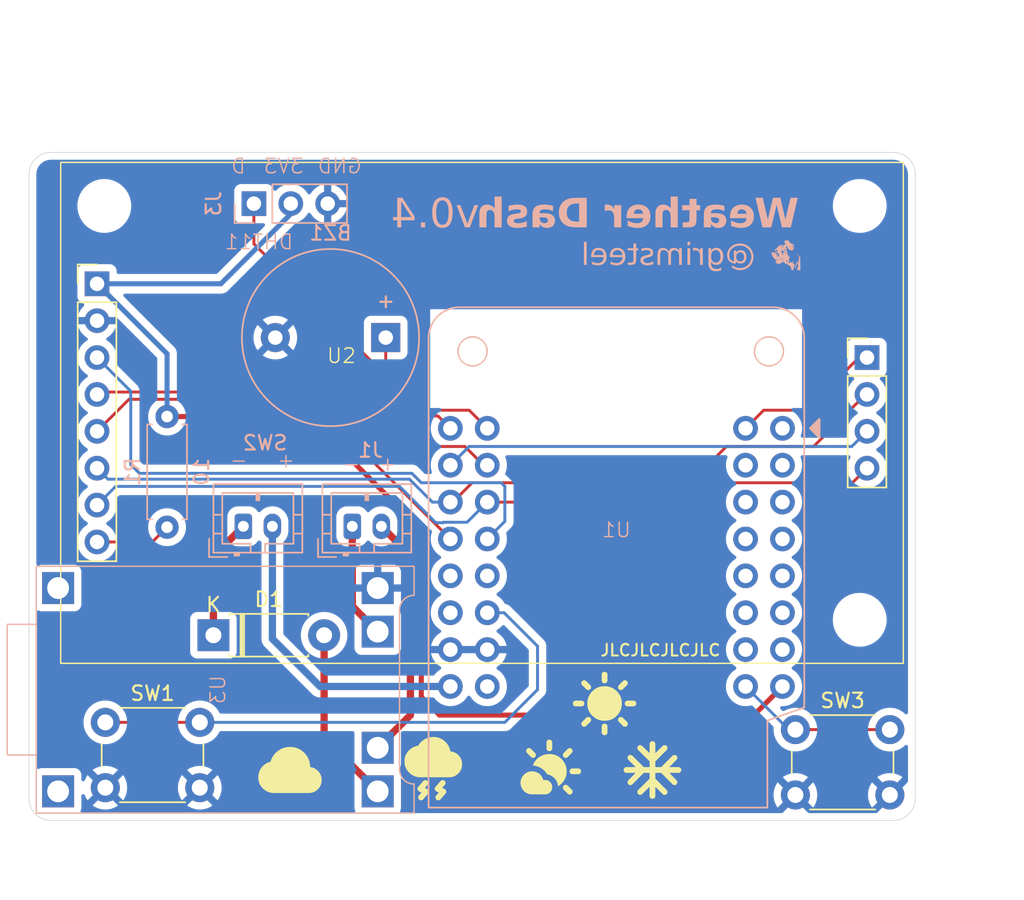
<source format=kicad_pcb>
(kicad_pcb (version 20241129) (generator "pcbnew") (generator_version "8.99")
  (title_block (title "Weather Dashboard") (date "2024-12-10") (rev "4") (company "Hack Club - Asylum") (comment 1 "@grimsteel"))
  (layers (0 "F.Cu" signal) (2 "B.Cu" signal) (13 "F.Paste" user) (15 "B.Paste" user) (5 "F.SilkS" user "F.Silkscreen") (7 "B.SilkS" user "B.Silkscreen") (1 "F.Mask" user) (3 "B.Mask" user) (25 "Edge.Cuts" user) (39 "User.1" signal) (41 "User.2" signal) (43 "User.3" signal) (45 "User.4" signal) (47 "User.5" signal) (49 "User.6" signal) (51 "User.7" signal) (53 "User.8" signal) (55 "User.9" signal))
  (net 0 "")
  (net 1 "GND")
  (net 2 "+3.3V")
  (net 3 "DHT11")
  (net 4 "Net-(U2-LED)")
  (net 5 "SCK")
  (net 6 "TFT_CS")
  (net 7 "MOSI")
  (net 8 "MISO")
  (net 9 "VBUS")
  (net 10 "TFT_DC")
  (net 11 "SD_CS")
  (net 12 "TFT_EN")
  (net 13 "Net-(D1-A)")
  (net 14 "Net-(D1-K)")
  (net 15 "BAT+")
  (net 16 "BAT-")
  (net 19 "BTN1")
  (net 20 "BTN2")
  (net 21 "BUZ")
  (footprint "Button_Switch_THT:SW_PUSH_6mm_H4.3mm" (layer "F.Cu") (at 20.25 62.75)
    (property "Reference" "SW1")
    (property "Value" "SW_Push")
  )
  (footprint "Button_Switch_THT:SW_PUSH_6mm_H4.3mm" (layer "F.Cu") (at 67.75 63.25)
    (property "Reference" "SW3")
    (property "Value" "SW_Push")
  )
  (footprint "Diode_THT:D_DO-41_SOD81_P7.62mm_Horizontal" (layer "F.Cu") (at 27.69 56.75)
    (property "Reference" "D1")
    (property "Value" "1N5817")
  )
  (footprint "asylum-weather:TFT_ST7735_SD" (layer "F.Cu") (at 39.67855 41.185)
    (property "Reference" "U2")
    (property "Value" "TFT_ST7735_SD")
  )
  (footprint "Buzzer_Beeper:Buzzer_12x9.5RM7.6" (layer "B.Cu") (at 39.55 36.25 180)
    (property "Reference" "BZ1")
    (property "Value" "Buzzer")
  )
  (footprint "Resistor_THT:R_Axial_DIN0207_L6.3mm_D2.5mm_P7.62mm_Horizontal" (layer "B.Cu") (at 24.5 41.69 -90)
    (property "Reference" "R1")
    (property "Value" "10")
  )
  (footprint "asylum-weather:TP4056" (layer "B.Cu") (at 28.5 60.5 -90)
    (property "Reference" "U3")
    (property "Value" "~")
  )
  (footprint "asylum-weather:WEMOS_S2_Mini" (layer "B.Cu") (at 55.43 50 180)
    (property "Reference" "U1")
    (property "Value" "WEMOS_S2_Mini")
  )
  (footprint "Connector_JST:JST_PH_B2B-PH-K_1x02_P2.00mm_Vertical" (layer "B.Cu") (at 29.75 49.25)
    (property "Reference" "SW2")
    (property "Value" "SW_SPST")
  )
  (footprint "asylum-weather:DHT11" (layer "B.Cu") (at 30.475 27.025 -90)
    (property "Reference" "J3")
    (property "Value" "Conn_01x03_Socket")
  )
  (footprint "Connector_JST:JST_PH_B2B-PH-K_1x02_P2.00mm_Vertical" (layer "B.Cu") (at 37.25 49.25)
    (property "Reference" "J1")
    (property "Value" "Conn_01x02_Pin")
  )
  (footprint "LOGO" (layer "B.Cu") (at 67 30.5 180)
    (property "Reference" "G***" (hide yes))
    (property "Value" "LOGO" (hide yes))
  )
  (gr_poly (pts (xy 54.625025 62.839916) (xy 54.635247 62.840584) (xy 54.645256 62.841698) (xy 54.655052 62.843258) (xy 54.664635 62.845264) (xy 54.674004 62.847715) (xy 54.683161 62.850613) (xy 54.692104 62.853955) (xy 54.700834 62.857744) (xy 54.709351 62.861978) (xy 54.717655 62.866658) (xy 54.725745 62.871784) (xy 54.733623 62.877355) (xy 54.741287 62.883372) (xy 54.748738 62.889835) (xy 54.755976 62.896744) (xy 54.762885 62.903982) (xy 54.769347 62.911433) (xy 54.775364 62.919097) (xy 54.780936 62.926974) (xy 54.786062 62.935065) (xy 54.790742 62.943369) (xy 54.794976 62.951886) (xy 54.798764 62.960616) (xy 54.802107 62.969559) (xy 54.805004 62.978716) (xy 54.807456 62.988085) (xy 54.809461 62.997668) (xy 54.811021 63.007464) (xy 54.812136 63.017473) (xy 54.812804 63.027695) (xy 54.813027 63.03813) (xy 54.813027 63.435005) (xy 54.812804 63.445441) (xy 54.812136 63.455663) (xy 54.811021 63.465672) (xy 54.809461 63.475468) (xy 54.807456 63.485051) (xy 54.805004 63.49442) (xy 54.802107 63.503577) (xy 54.798764 63.51252) (xy 54.794976 63.52125) (xy 54.790742 63.529767) (xy 54.786062 63.538071) (xy 54.780936 63.546161) (xy 54.775364 63.554039) (xy 54.769347 63.561703) (xy 54.762885 63.569154) (xy 54.755976 63.576392) (xy 54.748738 63.583301) (xy 54.741287 63.589763) (xy 54.733623 63.59578) (xy 54.725745 63.601352) (xy 54.717655 63.606477) (xy 54.709351 63.611157) (xy 54.700834 63.615392) (xy 54.692104 63.61918) (xy 54.683161 63.622523) (xy 54.674004 63.62542) (xy 54.664635 63.627871) (xy 54.655052 63.629877) (xy 54.645256 63.631437) (xy 54.635247 63.632551) (xy 54.625025 63.63322) (xy 54.614589 63.633443) (xy 54.604154 63.63322) (xy 54.593932 63.632551) (xy 54.583923 63.631437) (xy 54.574127 63.629877) (xy 54.564544 63.627871) (xy 54.555174 63.62542) (xy 54.546018 63.622523) (xy 54.537075 63.61918) (xy 54.528345 63.615392) (xy 54.519828 63.611157) (xy 54.511524 63.606477) (xy 54.503433 63.601352) (xy 54.495556 63.59578) (xy 54.487892 63.589763) (xy 54.480441 63.583301) (xy 54.473203 63.576392) (xy 54.466294 63.569154) (xy 54.459831 63.561703) (xy 54.453814 63.554039) (xy 54.448243 63.546161) (xy 54.443117 63.538071) (xy 54.438437 63.529767) (xy 54.434203 63.52125) (xy 54.430415 63.51252) (xy 54.427072 63.503577) (xy 54.424175 63.49442) (xy 54.421723 63.485051) (xy 54.419718 63.475468) (xy 54.418158 63.465672) (xy 54.417043 63.455663) (xy 54.416375 63.445441) (xy 54.416152 63.435005) (xy 54.416152 63.03813) (xy 54.416375 63.027695) (xy 54.417043 63.017473) (xy 54.418158 63.007464) (xy 54.419718 62.997668) (xy 54.421723 62.988085) (xy 54.424175 62.978716) (xy 54.427072 62.969559) (xy 54.430415 62.960616) (xy 54.434203 62.951886) (xy 54.438437 62.943369) (xy 54.443117 62.935065) (xy 54.448243 62.926974) (xy 54.453814 62.919097) (xy 54.459831 62.911433) (xy 54.466294 62.903982) (xy 54.473203 62.896744) (xy 54.480441 62.889835) (xy 54.487892 62.883372) (xy 54.495556 62.877355) (xy 54.503433 62.871784) (xy 54.511524 62.866658) (xy 54.519828 62.861978) (xy 54.528345 62.857744) (xy 54.537075 62.853955) (xy 54.546018 62.850613) (xy 54.555174 62.847715) (xy 54.564544 62.845264) (xy 54.574127 62.843258) (xy 54.583923 62.841698) (xy 54.593932 62.840584) (xy 54.604154 62.839916) (xy 54.614589 62.839693)) (stroke (width -0.000001)) (fill yes) (layer "F.SilkS"))
  (gr_poly (pts (xy 50.876231 64.93243) (xy 50.936499 64.9365) (xy 50.995604 64.943282) (xy 51.053546 64.952778) (xy 51.110326 64.964986) (xy 51.165942 64.979908) (xy 51.220396 64.997542) (xy 51.273688 65.01789) (xy 51.325816 65.04095) (xy 51.376782 65.066724) (xy 51.426585 65.095211) (xy 51.475226 65.12641) (xy 51.522703 65.160323) (xy 51.569018 65.196949) (xy 51.614171 65.236287) (xy 51.65816 65.278339) (xy 51.700212 65.322329) (xy 51.739551 65.367481) (xy 51.776176 65.413796) (xy 51.810089 65.461274) (xy 51.841289 65.509914) (xy 51.869775 65.559717) (xy 51.895549 65.610683) (xy 51.918609 65.662812) (xy 51.938957 65.716103) (xy 51.956592 65.770557) (xy 51.971513 65.826174) (xy 51.983722 65.882953) (xy 51.993217 65.940896) (xy 52 66) (xy 52.004069 66.060268) (xy 52.005426 66.121698) (xy 52.004806 66.161822) (xy 52.002945 66.201577) (xy 51.999845 66.240964) (xy 51.995504 66.279983) (xy 51.989923 66.318634) (xy 51.983102 66.356917) (xy 51.97504 66.394831) (xy 51.965738 66.432377) (xy 51.955196 66.469555) (xy 51.943414 66.506365) (xy 51.930392 66.542806) (xy 51.916129 66.57888) (xy 51.900626 66.614585) (xy 51.883883 66.649922) (xy 51.8659 66.684891) (xy 51.846676 66.719491) (xy 51.826348 66.753452) (xy 51.805051 66.786503) (xy 51.782785 66.818642) (xy 51.75955 66.849871) (xy 51.735346 66.880189) (xy 51.710173 66.909596) (xy 51.684031 66.938092) (xy 51.65692 66.965678) (xy 51.62884 66.992353) (xy 51.599792 67.018117) (xy 51.569774 67.04297) (xy 51.538788 67.066912) (xy 51.506832 67.089944) (xy 51.473908 67.112064) (xy 51.440015 67.133274) (xy 51.405153 67.153573) (xy 51.401945 67.114835) (xy 51.397285 67.076756) (xy 51.391171 67.039336) (xy 51.383603 67.002575) (xy 51.374583 66.966472) (xy 51.364108 66.931029) (xy 51.352181 66.896244) (xy 51.3388 66.862118) (xy 51.323966 66.828651) (xy 51.307678 66.795843) (xy 51.289937 66.763694) (xy 51.270742 66.732204) (xy 51.250094 66.701372) (xy 51.227993 66.6712) (xy 51.204438 66.641686) (xy 51.17943 66.612831) (xy 51.153278 66.584984) (xy 51.126293 66.558493) (xy 51.098475 66.533359) (xy 51.069824 66.509582) (xy 51.040339 66.487161) (xy 51.010022 66.466096) (xy 50.97887 66.446388) (xy 50.946886 66.428036) (xy 50.914068 66.411041) (xy 50.880417 66.395403) (xy 50.845933 66.381121) (xy 50.810615 66.368195) (xy 50.774464 66.356626) (xy 50.73748 66.346413) (xy 50.699663 66.337557) (xy 50.661012 66.330058) (xy 50.641372 66.297008) (xy 50.620898 66.264829) (xy 50.599591 66.233523) (xy 50.577451 66.203089) (xy 50.554478 66.173527) (xy 50.530671 66.144837) (xy 50.506031 66.117018) (xy 50.480558 66.090072) (xy 50.454251 66.063998) (xy 50.427111 66.038796) (xy 50.399138 66.014467) (xy 50.370332 65.991009) (xy 50.340692 65.968423) (xy 50.310219 65.946709) (xy 50.278913 65.925867) (xy 50.246774 65.905898) (xy 50.214014 65.886877) (xy 50.180847 65.868884) (xy 50.147274 65.851918) (xy 50.113293 65.835979) (xy 50.078906 65.821068) (xy 50.044112 65.807183) (xy 50.00891 65.794325) (xy 49.973302 65.782494) (xy 49.937287 65.771691) (xy 49.900865 65.761914) (xy 49.864035 65.753165) (xy 49.826799 65.745442) (xy 49.789156 65.738747) (xy 49.751106 65.733079) (xy 49.712649 65.728438) (xy 49.673785 65.724823) (xy 49.690625 65.680127) (xy 49.708899 65.636573) (xy 49.728608 65.594163) (xy 49.74975 65.552896) (xy 49.772326 65.512772) (xy 49.796336 65.473792) (xy 49.82178 65.435955) (xy 49.848658 65.399262) (xy 49.876971 65.363712) (xy 49.906717 65.329305) (xy 49.937897 65.296041) (xy 49.970511 65.263921) (xy 50.00456 65.232945) (xy 50.040042 65.203111) (xy 50.076958 65.174421) (xy 50.115309 65.146874) (xy 50.154667 65.120742) (xy 50.194606 65.096296) (xy 50.235127 65.073536) (xy 50.276229 65.052461) (xy 50.317913 65.033073) (xy 50.360178 65.015371) (xy 50.403024 64.999354) (xy 50.446451 64.985024) (xy 50.49046 64.972379) (xy 50.535051 64.96142) (xy 50.580222 64.952148) (xy 50.625975 64.944561) (xy 50.67231 64.93866) (xy 50.719225 64.934445) (xy 50.766723 64.931916) (xy 50.814801 64.931073)) (stroke (width -0.000001)) (fill yes) (layer "F.SilkS"))
  (gr_poly (pts (xy 56.6094 61.252416) (xy 56.619622 61.253084) (xy 56.629631 61.254199) (xy 56.639427 61.255759) (xy 56.64901 61.257764) (xy 56.658379 61.260216) (xy 56.667536 61.263113) (xy 56.676479 61.266456) (xy 56.685209 61.270244) (xy 56.693726 61.274478) (xy 56.70203 61.279158) (xy 56.71012 61.284284) (xy 56.717998 61.289855) (xy 56.725662 61.295872) (xy 56.733113 61.302335) (xy 56.740351 61.309244) (xy 56.74726 61.316482) (xy 56.753722 61.323933) (xy 56.759739 61.331597) (xy 56.765311 61.339474) (xy 56.770436 61.347565) (xy 56.775116 61.355869) (xy 56.779351 61.364386) (xy 56.783139 61.373116) (xy 56.786482 61.382059) (xy 56.789379 61.391215) (xy 56.79183 61.400585) (xy 56.793836 61.410168) (xy 56.795396 61.419964) (xy 56.79651 61.429973) (xy 56.797179 61.440195) (xy 56.797402 61.45063) (xy 56.797179 61.461066) (xy 56.79651 61.471288) (xy 56.795396 61.481297) (xy 56.793836 61.491093) (xy 56.79183 61.500676) (xy 56.789379 61.510045) (xy 56.786482 61.519202) (xy 56.783139 61.528145) (xy 56.779351 61.536875) (xy 56.775116 61.545392) (xy 56.770436 61.553696) (xy 56.765311 61.561786) (xy 56.759739 61.569664) (xy 56.753722 61.577328) (xy 56.74726 61.584779) (xy 56.740351 61.592017) (xy 56.733113 61.598926) (xy 56.725662 61.605388) (xy 56.717998 61.611405) (xy 56.71012 61.616977) (xy 56.70203 61.622102) (xy 56.693726 61.626782) (xy 56.685209 61.631017) (xy 56.676479 61.634805) (xy 56.667536 61.638148) (xy 56.658379 61.641045) (xy 56.64901 61.643497) (xy 56.639427 61.645502) (xy 56.629631 61.647062) (xy 56.619622 61.648177) (xy 56.6094 61.648845) (xy 56.598964 61.649068) (xy 56.202089 61.649068) (xy 56.191654 61.648845) (xy 56.181432 61.648177) (xy 56.171423 61.647062) (xy 56.161627 61.645502) (xy 56.152044 61.643497) (xy 56.142675 61.641045) (xy 56.133518 61.638148) (xy 56.124575 61.634805) (xy 56.115845 61.631017) (xy 56.107328 61.626782) (xy 56.099024 61.622102) (xy 56.090933 61.616977) (xy 56.083056 61.611405) (xy 56.075392 61.605388) (xy 56.067941 61.598926) (xy 56.060703 61.592017) (xy 56.053794 61.584779) (xy 56.047331 61.577328) (xy 56.041314 61.569664) (xy 56.035743 61.561786) (xy 56.030617 61.553696) (xy 56.025937 61.545392) (xy 56.021703 61.536875) (xy 56.017914 61.528145) (xy 56.014572 61.519202) (xy 56.011674 61.510045) (xy 56.009223 61.500676) (xy 56.007217 61.491093) (xy 56.005657 61.481297) (xy 56.004543 61.471288) (xy 56.003875 61.461066) (xy 56.003652 61.45063) (xy 56.003875 61.440195) (xy 56.004543 61.429973) (xy 56.005657 61.419964) (xy 56.007217 61.410168) (xy 56.009223 61.400585) (xy 56.011674 61.391215) (xy 56.014572 61.382059) (xy 56.017914 61.373116) (xy 56.021703 61.364386) (xy 56.025937 61.355869) (xy 56.030617 61.347565) (xy 56.035743 61.339474) (xy 56.041314 61.331597) (xy 56.047331 61.323933) (xy 56.053794 61.316482) (xy 56.060703 61.309244) (xy 56.067941 61.302335) (xy 56.075392 61.295872) (xy 56.083056 61.289855) (xy 56.090933 61.284284) (xy 56.099024 61.279158) (xy 56.107328 61.274478) (xy 56.115845 61.270244) (xy 56.124575 61.266456) (xy 56.133518 61.263113) (xy 56.142675 61.260216) (xy 56.152044 61.257764) (xy 56.161627 61.255759) (xy 56.171423 61.254199) (xy 56.181432 61.253084) (xy 56.191654 61.252416) (xy 56.202089 61.252193) (xy 56.598964 61.252193)) (stroke (width -0.000001)) (fill yes) (layer "F.SilkS"))
  (gr_poly (pts (xy 54.625025 59.268041) (xy 54.635247 59.268709) (xy 54.645256 59.269824) (xy 54.655052 59.271384) (xy 54.664635 59.273389) (xy 54.674004 59.275841) (xy 54.683161 59.278738) (xy 54.692104 59.282081) (xy 54.700834 59.285869) (xy 54.709351 59.290103) (xy 54.717655 59.294783) (xy 54.725745 59.299909) (xy 54.733623 59.30548) (xy 54.741287 59.311497) (xy 54.748738 59.31796) (xy 54.755976 59.324869) (xy 54.762885 59.332107) (xy 54.769347 59.339558) (xy 54.775364 59.347222) (xy 54.780936 59.3551) (xy 54.786062 59.36319) (xy 54.790742 59.371494) (xy 54.794976 59.380011) (xy 54.798764 59.388741) (xy 54.802107 59.397684) (xy 54.805004 59.406841) (xy 54.807456 59.41621) (xy 54.809461 59.425793) (xy 54.811021 59.435589) (xy 54.812136 59.445598) (xy 54.812804 59.45582) (xy 54.813027 59.466255) (xy 54.813027 59.86313) (xy 54.812804 59.873566) (xy 54.812136 59.883788) (xy 54.811021 59.893797) (xy 54.809461 59.903593) (xy 54.807456 59.913176) (xy 54.805004 59.922545) (xy 54.802107 59.931702) (xy 54.798764 59.940645) (xy 54.794976 59.949375) (xy 54.790742 59.957892) (xy 54.786062 59.966196) (xy 54.780936 59.974286) (xy 54.775364 59.982164) (xy 54.769347 59.989828) (xy 54.762885 59.997279) (xy 54.755976 60.004517) (xy 54.748738 60.011426) (xy 54.741287 60.017889) (xy 54.733623 60.023906) (xy 54.725745 60.029477) (xy 54.717655 60.034603) (xy 54.709351 60.039283) (xy 54.700834 60.043517) (xy 54.692104 60.047305) (xy 54.683161 60.050648) (xy 54.674004 60.053545) (xy 54.664635 60.055997) (xy 54.655052 60.058002) (xy 54.645256 60.059562) (xy 54.635247 60.060677) (xy 54.625025 60.061345) (xy 54.614589 60.061568) (xy 54.604154 60.061345) (xy 54.593932 60.060677) (xy 54.583923 60.059562) (xy 54.574127 60.058002) (xy 54.564544 60.055997) (xy 54.555174 60.053545) (xy 54.546018 60.050648) (xy 54.537075 60.047305) (xy 54.528345 60.043517) (xy 54.519828 60.039283) (xy 54.511524 60.034603) (xy 54.503433 60.029477) (xy 54.495556 60.023906) (xy 54.487892 60.017889) (xy 54.480441 60.011426) (xy 54.473203 60.004517) (xy 54.466294 59.997279) (xy 54.459831 59.989828) (xy 54.453814 59.982164) (xy 54.448243 59.974286) (xy 54.443117 59.966196) (xy 54.438437 59.957892) (xy 54.434203 59.949375) (xy 54.430415 59.940645) (xy 54.427072 59.931702) (xy 54.424175 59.922545) (xy 54.421723 59.913176) (xy 54.419718 59.903593) (xy 54.418158 59.893797) (xy 54.417043 59.883788) (xy 54.416375 59.873566) (xy 54.416152 59.86313) (xy 54.416152 59.466255) (xy 54.416375 59.45582) (xy 54.417043 59.445598) (xy 54.418158 59.435589) (xy 54.419718 59.425793) (xy 54.421723 59.41621) (xy 54.424175 59.406841) (xy 54.427072 59.397684) (xy 54.430415 59.388741) (xy 54.434203 59.380011) (xy 54.438437 59.371494) (xy 54.443117 59.36319) (xy 54.448243 59.3551) (xy 54.453814 59.347222) (xy 54.459831 59.339558) (xy 54.466294 59.332107) (xy 54.473203 59.324869) (xy 54.480441 59.31796) (xy 54.487892 59.311497) (xy 54.495556 59.30548) (xy 54.503433 59.299909) (xy 54.511524 59.294783) (xy 54.519828 59.290103) (xy 54.528345 59.285869) (xy 54.537075 59.282081) (xy 54.546018 59.278738) (xy 54.555174 59.275841) (xy 54.564544 59.273389) (xy 54.574127 59.271384) (xy 54.583923 59.269824) (xy 54.593932 59.268709) (xy 54.604154 59.268041) (xy 54.614589 59.267818)) (stroke (width -0.000001)) (fill yes) (layer "F.SilkS"))
  (gr_poly (pts (xy 42.879613 63.753966) (xy 42.934057 63.757309) (xy 42.987591 63.76288) (xy 43.040214 63.77068) (xy 43.091926 63.780709) (xy 43.142727 63.792966) (xy 43.192617 63.807451) (xy 43.241597 63.824166) (xy 43.289666 63.843108) (xy 43.336824 63.864279) (xy 43.383071 63.887679) (xy 43.428407 63.913307) (xy 43.472833 63.941164) (xy 43.516347 63.97125) (xy 43.558951 64.003563) (xy 43.600645 64.038106) (xy 43.640865 64.074315) (xy 43.679051 64.111629) (xy 43.715202 64.150047) (xy 43.749318 64.189569) (xy 43.781399 64.230197) (xy 43.811446 64.271929) (xy 43.839458 64.314765) (xy 43.865435 64.358706) (xy 43.889377 64.403752) (xy 43.911285 64.449902) (xy 43.931157 64.497157) (xy 43.948996 64.545517) (xy 43.964799 64.594981) (xy 43.978567 64.645549) (xy 43.990301 64.697223) (xy 44 64.75) (xy 44.042362 64.754593) (xy 44.083871 64.76093) (xy 44.124527 64.769011) (xy 44.164331 64.778836) (xy 44.203282 64.790405) (xy 44.241381 64.803718) (xy 44.278627 64.818775) (xy 44.31502 64.835577) (xy 44.35056 64.854122) (xy 44.385248 64.874411) (xy 44.419083 64.896445) (xy 44.452066 64.920223) (xy 44.484195 64.945744) (xy 44.515473 64.97301) (xy 44.545897 65.00202) (xy 44.575469 65.032774) (xy 44.603704 65.064787) (xy 44.630117 65.097576) (xy 44.654708 65.13114) (xy 44.677478 65.165479) (xy 44.698426 65.200593) (xy 44.717553 65.236482) (xy 44.734858 65.273147) (xy 44.750342 65.310586) (xy 44.764004 65.348801) (xy 44.775844 65.387791) (xy 44.785863 65.427556) (xy 44.79406 65.468096) (xy 44.800436 65.509411) (xy 44.80499 65.551502) (xy 44.807722 65.594367) (xy 44.808633 65.638008) (xy 44.807616 65.684081) (xy 44.804563 65.729282) (xy 44.799477 65.77361) (xy 44.792355 65.817067) (xy 44.783198 65.859652) (xy 44.772007 65.901364) (xy 44.758781 65.942205) (xy 44.743521 65.982173) (xy 44.726225 66.02127) (xy 44.706895 66.059494) (xy 44.68553 66.096846) (xy 44.66213 66.133327) (xy 44.636696 66.168935) (xy 44.609226 66.203671) (xy 44.579722 66.237536) (xy 44.548184 66.270528) (xy 44.515191 66.302067) (xy 44.481327 66.331571) (xy 44.446591 66.35904) (xy 44.410983 66.384474) (xy 44.374502 66.407874) (xy 44.33715 66.429239) (xy 44.298926 66.448569) (xy 44.259829 66.465865) (xy 44.219861 66.481125) (xy 44.17902 66.494351) (xy 44.137308 66.505542) (xy 44.094723 66.514699) (xy 44.051266 66.52182) (xy 44.006938 66.526907) (xy 43.961737 66.529959) (xy 43.915664 66.530977) (xy 41.931289 66.530977) (xy 41.875372 66.529727) (xy 41.820482 66.525977) (xy 41.766619 66.519728) (xy 41.713783 66.510978) (xy 41.661974 66.499729) (xy 41.611192 66.48598) (xy 41.561438 66.469731) (xy 41.51271 66.450982) (xy 41.46501 66.429733) (xy 41.418336 66.405985) (xy 41.37269 66.379736) (xy 41.32807 66.350988) (xy 41.284478 66.31974) (xy 41.241913 66.285992) (xy 41.200375 66.249744) (xy 41.159863 66.210996) (xy 41.121116 66.170485) (xy 41.084868 66.128947) (xy 41.05112 66.086382) (xy 41.019872 66.04279) (xy 40.991124 65.99817) (xy 40.964875 65.952524) (xy 40.941127 65.90585) (xy 40.919878 65.85815) (xy 40.901129 65.809422) (xy 40.88488 65.759667) (xy 40.871131 65.708886) (xy 40.859882 65.657077) (xy 40.851132 65.604241) (xy 40.844883 65.550378) (xy 40.841133 65.495488) (xy 40.839883 65.439571) (xy 40.840949 65.388508) (xy 40.844146 65.338259) (xy 40.849475 65.288824) (xy 40.856936 65.240203) (xy 40.866529 65.192396) (xy 40.878253 65.145403) (xy 40.892108 65.099223) (xy 40.908096 65.053858) (xy 40.926215 65.009306) (xy 40.946466 64.965569) (xy 40.968848 64.922645) (xy 40.993362 64.880535) (xy 41.020008 64.839239) (xy 41.048785 64.798757) (xy 41.079694 64.759089) (xy 41.112735 64.720235) (xy 41.147345 64.682776) (xy 41.182963 64.647294) (xy 41.219588 64.613788) (xy 41.257222 64.582259) (xy 41.295863 64.552706) (xy 41.335512 64.52513) (xy 41.376168 64.499531) (xy 41.417832 64.475909) (xy 41.460504 64.454263) (xy 41.504183 64.434593) (xy 41.548871 64.416901) (xy 41.594566 64.401184) (xy 41.641268 64.387445) (xy 41.688978 64.375682) (xy 41.737696 64.365896) (xy 41.787422 64.358086) (xy 41.807721 64.323214) (xy 41.828931 64.289292) (xy 41.851052 64.256319) (xy 41.874083 64.224296) (xy 41.898026 64.193222) (xy 41.922879 64.163098) (xy 41.948643 64.133924) (xy 41.975318 64.105699) (xy 42.002903 64.078423) (xy 42.031399 64.052097) (xy 42.060806 64.026721) (xy 42.091124 64.002294) (xy 42.122353 63.978817) (xy 42.154493 63.956289) (xy 42.187543 63.934711) (xy 42.221504 63.914082) (xy 42.256124 63.894558) (xy 42.291151 63.876294) (xy 42.326585 63.859289) (xy 42.362426 63.843544) (xy 42.398674 63.829059) (xy 42.435328 63.815833) (xy 42.47239 63.803866) (xy 42.509859 63.79316) (xy 42.547734 63.783712) (xy 42.586017 63.775525) (xy 42.624706 63.768597) (xy 42.663803 63.762929) (xy 42.703306 63.75852) (xy 42.743216 63.755371) (xy 42.783534 63.753482) (xy 42.824258 63.752852)) (stroke (width -0.000001)) (fill yes) (layer "F.SilkS"))
  (gr_poly (pts (xy 49.653796 66.122202) (xy 49.683126 66.123714) (xy 49.712165 66.126233) (xy 49.740913 66.12976) (xy 49.769371 66.134295) (xy 49.797537 66.139837) (xy 49.825414 66.146387) (xy 49.852999 66.153945) (xy 49.880294 66.16251) (xy 49.907298 66.172083) (xy 49.934012 66.182664) (xy 49.960434 66.194252) (xy 49.986567 66.206848) (xy 50.012408 66.220452) (xy 50.037959 66.235064) (xy 50.063219 66.250683) (xy 50.087898 66.267174) (xy 50.111704 66.284402) (xy 50.134639 66.302366) (xy 50.156702 66.321066) (xy 50.177892 66.340503) (xy 50.198211 66.360676) (xy 50.217657 66.381586) (xy 50.236232 66.403232) (xy 50.253934 66.425614) (xy 50.270764 66.448733) (xy 50.286723 66.472588) (xy 50.301809 66.497179) (xy 50.316023 66.522507) (xy 50.329365 66.548572) (xy 50.341836 66.575372) (xy 50.353434 66.602909) (xy 50.403043 66.717011) (xy 50.522106 66.717011) (xy 50.547889 66.717573) (xy 50.573149 66.719259) (xy 50.597886 66.722069) (xy 50.6221 66.726003) (xy 50.64579 66.73106) (xy 50.668957 66.737242) (xy 50.691601 66.744548) (xy 50.713722 66.752978) (xy 50.735319 66.762531) (xy 50.756394 66.773209) (xy 50.776945 66.78501) (xy 50.796973 66.797936) (xy 50.816477 66.811986) (xy 50.835459 66.827159) (xy 50.853917 66.843456) (xy 50.871852 66.860878) (xy 50.888973 66.879113) (xy 50.904989 66.897853) (xy 50.919901 66.917096) (xy 50.933708 66.936842) (xy 50.946411 66.957093) (xy 50.958009 66.977848) (xy 50.968503 66.999106) (xy 50.977892 67.020868) (xy 50.986176 67.043134) (xy 50.993356 67.065904) (xy 50.999431 67.089178) (xy 51.004402 67.112956) (xy 51.008268 67.137237) (xy 51.011029 67.162022) (xy 51.012686 67.187312) (xy 51.013238 67.213105) (xy 51.012677 67.238898) (xy 51.010991 67.264187) (xy 51.008181 67.288972) (xy 51.004247 67.313253) (xy 50.999189 67.337031) (xy 50.993007 67.360305) (xy 50.985701 67.383075) (xy 50.977272 67.405341) (xy 50.967718 67.427103) (xy 50.95704 67.448362) (xy 50.945239 67.469116) (xy 50.932313 67.489367) (xy 50.918264 67.509114) (xy 50.90309 67.528357) (xy 50.886793 67.547096) (xy 50.869371 67.565331) (xy 50.851136 67.582753) (xy 50.832397 67.59905) (xy 50.813154 67.614224) (xy 50.793407 67.628273) (xy 50.773156 67.641199) (xy 50.752402 67.653) (xy 50.731143 67.663678) (xy 50.709381 67.673232) (xy 50.687115 67.681661) (xy 50.664345 67.688967) (xy 50.641071 67.695149) (xy 50.617294 67.700207) (xy 50.593012 67.704141) (xy 50.568227 67.70695) (xy 50.542938 67.708636) (xy 50.517145 67.709198) (xy 49.624176 67.709198) (xy 49.583616 67.708288) (xy 49.543793 67.705555) (xy 49.504707 67.701001) (xy 49.466356 67.694626) (xy 49.428742 67.686428) (xy 49.391865 67.67641) (xy 49.355723 67.664569) (xy 49.320319 67.650907) (xy 49.28565 67.635424) (xy 49.251718 67.618119) (xy 49.218522 67.598992) (xy 49.186063 67.578044) (xy 49.15434 67.555274) (xy 49.123354 67.530682) (xy 49.093104 67.504269) (xy 49.06359 67.476034) (xy 49.035355 67.446521) (xy 49.008942 67.416271) (xy 48.984351 67.385284) (xy 48.961581 67.353561) (xy 48.940632 67.321102) (xy 48.921506 67.287906) (xy 48.904201 67.253974) (xy 48.888717 67.219306) (xy 48.875055 67.183901) (xy 48.863215 67.14776) (xy 48.853196 67.110882) (xy 48.844999 67.073268) (xy 48.838623 67.034918) (xy 48.834069 66.995831) (xy 48.831337 66.956008) (xy 48.830426 66.915448) (xy 48.831337 66.874889) (xy 48.834069 66.835066) (xy 48.838623 66.795979) (xy 48.844999 66.757629) (xy 48.853196 66.720015) (xy 48.863215 66.683137) (xy 48.875055 66.646996) (xy 48.888717 66.611591) (xy 48.904201 66.576923) (xy 48.921506 66.542991) (xy 48.940632 66.509795) (xy 48.961581 66.477336) (xy 48.984351 66.445613) (xy 49.008942 66.414626) (xy 49.035355 66.384376) (xy 49.06359 66.354863) (xy 49.093104 66.326628) (xy 49.123354 66.300215) (xy 49.15434 66.275623) (xy 49.186063 66.252853) (xy 49.218522 66.231905) (xy 49.251718 66.212778) (xy 49.28565 66.195473) (xy 49.320319 66.179989) (xy 49.355723 66.166328) (xy 49.391865 66.154487) (xy 49.428742 66.144468) (xy 49.466356 66.136271) (xy 49.504707 66.129896) (xy 49.543793 66.125342) (xy 49.583616 66.122609) (xy 49.624176 66.121698)) (stroke (width -0.000001)) (fill yes) (layer "F.SilkS"))
  (gr_poly (pts (xy 49.423481 64.519548) (xy 49.433451 64.520246) (xy 49.443247 64.521409) (xy 49.452869 64.523036) (xy 49.462316 64.525129) (xy 49.471588 64.527687) (xy 49.480687 64.53071) (xy 49.489611 64.534198) (xy 49.49836 64.538152) (xy 49.506935 64.54257) (xy 49.515336 64.547453) (xy 49.523562 64.552802) (xy 49.531614 64.558616) (xy 49.539491 64.564894) (xy 49.547194 64.571638) (xy 49.554723 64.578847) (xy 49.832535 64.86162) (xy 49.839143 64.869149) (xy 49.845325 64.876852) (xy 49.851081 64.884729) (xy 49.85641 64.892781) (xy 49.861313 64.901007) (xy 49.865789 64.909408) (xy 49.869839 64.917983) (xy 49.873463 64.926733) (xy 49.876661 64.935657) (xy 49.879432 64.944755) (xy 49.881777 64.954027) (xy 49.883695 64.963475) (xy 49.885187 64.973096) (xy 49.886253 64.982892) (xy 49.886892 64.992862) (xy 49.887106 65.003007) (xy 49.886892 65.013132) (xy 49.886253 65.023045) (xy 49.885187 65.032744) (xy 49.883695 65.042229) (xy 49.881777 65.051502) (xy 49.879432 65.060562) (xy 49.876661 65.069408) (xy 49.873463 65.078041) (xy 49.869839 65.086461) (xy 49.865789 65.094668) (xy 49.861313 65.102662) (xy 49.85641 65.110442) (xy 49.851081 65.11801) (xy 49.845325 65.125364) (xy 49.839143 65.132505) (xy 49.832535 65.139433) (xy 49.825598 65.146041) (xy 49.818428 65.152223) (xy 49.811025 65.157978) (xy 49.80339 65.163307) (xy 49.795522 65.16821) (xy 49.787422 65.172687) (xy 49.779089 65.176737) (xy 49.770524 65.180361) (xy 49.761726 65.183558) (xy 49.752695 65.186329) (xy 49.743432 65.188674) (xy 49.733937 65.190592) (xy 49.724209 65.192085) (xy 49.714248 65.19315) (xy 49.704055 65.19379) (xy 49.693629 65.194003) (xy 49.683203 65.19379) (xy 49.67301 65.19315) (xy 49.66305 65.192085) (xy 49.653322 65.190592) (xy 49.643826 65.188674) (xy 49.634563 65.186329) (xy 49.625533 65.183558) (xy 49.616735 65.180361) (xy 49.608169 65.176737) (xy 49.599836 65.172687) (xy 49.591736 65.16821) (xy 49.583868 65.163307) (xy 49.576233 65.157978) (xy 49.568831 65.152223) (xy 49.56166 65.146041) (xy 49.554723 65.139433) (xy 49.271949 64.856659) (xy 49.265341 64.849722) (xy 49.259159 64.842552) (xy 49.253404 64.835149) (xy 49.248075 64.827514) (xy 49.243172 64.819646) (xy 49.238696 64.811546) (xy 49.234646 64.803213) (xy 49.231022 64.794648) (xy 49.227824 64.78585) (xy 49.225053 64.776819) (xy 49.222708 64.767556) (xy 49.22079 64.758061) (xy 49.219298 64.748333) (xy 49.218232 64.738372) (xy 49.217592 64.728179) (xy 49.217379 64.717753) (xy 49.217592 64.707327) (xy 49.218232 64.697134) (xy 49.219298 64.687174) (xy 49.22079 64.677446) (xy 49.222708 64.66795) (xy 49.225053 64.658687) (xy 49.227824 64.649657) (xy 49.231022 64.640859) (xy 49.234646 64.632293) (xy 49.238696 64.62396) (xy 49.243172 64.61586) (xy 49.248075 64.607992) (xy 49.253404 64.600357) (xy 49.259159 64.592955) (xy 49.265341 64.585784) (xy 49.271949 64.578847) (xy 49.279478 64.571638) (xy 49.287181 64.564894) (xy 49.295058 64.558616) (xy 49.30311 64.552802) (xy 49.311337 64.547453) (xy 49.319737 64.54257) (xy 49.328312 64.538152) (xy 49.337062 64.534198) (xy 49.345986 64.53071) (xy 49.355084 64.527687) (xy 49.364357 64.525129) (xy 49.373804 64.523036) (xy 49.383425 64.521409) (xy 49.393221 64.520246) (xy 49.403191 64.519548) (xy 49.413336 64.519316)) (stroke (width -0.000001)) (fill yes) (layer "F.SilkS"))
  (gr_poly (pts (xy 33.032022 64.443893) (xy 33.102512 64.448631) (xy 33.171626 64.456528) (xy 33.239364 64.467584) (xy 33.305726 64.481798) (xy 33.370713 64.499171) (xy 33.434323 64.519703) (xy 33.496558 64.543393) (xy 33.557417 64.570242) (xy 33.616899 64.60025) (xy 33.675006 64.633417) (xy 33.731737 64.669742) (xy 33.787092 64.709226) (xy 33.841072 64.751869) (xy 33.893675 64.79767) (xy 33.944903 64.84663) (xy 33.993863 64.897858) (xy 34.039664 64.950461) (xy 34.082307 65.00444) (xy 34.121791 65.059796) (xy 34.158116 65.116527) (xy 34.191283 65.174634) (xy 34.221291 65.234116) (xy 34.24814 65.294975) (xy 34.27183 65.35721) (xy 34.292362 65.42082) (xy 34.309735 65.485806) (xy 34.323949 65.552169) (xy 34.335004 65.619907) (xy 34.342901 65.689021) (xy 34.347639 65.759511) (xy 34.349219 65.831376) (xy 34.391551 65.83718) (xy 34.432973 65.84467) (xy 34.473485 65.853846) (xy 34.513085 65.864708) (xy 34.551774 65.877255) (xy 34.589553 65.891489) (xy 34.626421 65.907409) (xy 34.662378 65.925014) (xy 34.697424 65.944306) (xy 34.73156 65.965283) (xy 34.764785 65.987946) (xy 34.797099 66.012296) (xy 34.828502 66.038331) (xy 34.858994 66.066052) (xy 34.888575 66.095459) (xy 34.917246 66.126552) (xy 34.94458 66.158827) (xy 34.97015 66.191781) (xy 34.993957 66.225413) (xy 35.016 66.259722) (xy 35.03628 66.294711) (xy 35.054796 66.330377) (xy 35.071549 66.366722) (xy 35.086538 66.403745) (xy 35.099764 66.441446) (xy 35.111226 66.479825) (xy 35.120926 66.518883) (xy 35.128861 66.558619) (xy 35.135033 66.599033) (xy 35.139442 66.640125) (xy 35.142087 66.681896) (xy 35.142969 66.724345) (xy 35.141951 66.770418) (xy 35.138899 66.815619) (xy 35.133812 66.859947) (xy 35.126691 66.903404) (xy 35.117534 66.945989) (xy 35.106343 66.987701) (xy 35.093117 67.028542) (xy 35.077856 67.06851) (xy 35.060561 67.107607) (xy 35.041231 67.145831) (xy 35.019866 67.183183) (xy 34.996466 67.219664) (xy 34.971032 67.255272) (xy 34.943562 67.290008) (xy 34.914058 67.323872) (xy 34.882519 67.356865) (xy 34.849527 67.388403) (xy 34.815663 67.417907) (xy 34.780927 67.445377) (xy 34.745319 67.470811) (xy 34.708838 67.494211) (xy 34.671486 67.515576) (xy 34.633262 67.534906) (xy 34.594165 67.552202) (xy 34.554197 67.567462) (xy 34.513356 67.580688) (xy 34.471644 67.591879) (xy 34.429059 67.601036) (xy 34.385602 67.608158) (xy 34.341274 67.613244) (xy 34.296073 67.616297) (xy 34.25 67.617314) (xy 31.86875 67.617314) (xy 31.812833 67.616093) (xy 31.757943 67.61243) (xy 31.70408 67.606326) (xy 31.651244 67.59778) (xy 31.599435 67.586792) (xy 31.548653 67.573363) (xy 31.498899 67.557492) (xy 31.450171 67.539179) (xy 31.402471 67.518425) (xy 31.355797 67.495228) (xy 31.310151 67.46959) (xy 31.265531 67.441511) (xy 31.221939 67.410989) (xy 31.179374 67.378026) (xy 31.137836 67.342621) (xy 31.097324 67.304775) (xy 31.058577 67.265165) (xy 31.022329 67.22447) (xy 30.988581 67.182689) (xy 30.957333 67.139824) (xy 30.928585 67.095873) (xy 30.902336 67.050837) (xy 30.878588 67.004716) (xy 30.857339 66.957509) (xy 30.83859 66.909218) (xy 30.822341 66.859841) (xy 30.808592 66.809379) (xy 30.797343 66.757831) (xy 30.788593 66.705199) (xy 30.782344 66.651481) (xy 30.778594 66.596679) (xy 30.777344 66.540791) (xy 30.778255 66.492751) (xy 30.780987 66.44537) (xy 30.785541 66.398648) (xy 30.791917 66.352585) (xy 30.800114 66.307181) (xy 30.810133 66.262435) (xy 30.821973 66.218349) (xy 30.835635 66.174921) (xy 30.851119 66.132153) (xy 30.868424 66.090043) (xy 30.88755 66.048592) (xy 30.908499 66.0078) (xy 30.931269 65.967667) (xy 30.95586 65.928192) (xy 30.982273 65.889377) (xy 31.010508 65.85122) (xy 31.040216 65.814246) (xy 31.071047 65.778977) (xy 31.103002 65.745413) (xy 31.136082 65.713554) (xy 31.170285 65.683401) (xy 31.205612 65.654953) (xy 31.242064 65.62821) (xy 31.279639 65.603173) (xy 31.318338 65.579841) (xy 31.358161 65.558215) (xy 31.399108 65.538293) (xy 31.441179 65.520078) (xy 31.484374 65.503567) (xy 31.528693 65.488762) (xy 31.574136 65.475662) (xy 31.620703 65.464267) (xy 31.637175 65.407895) (xy 31.655585 65.352879) (xy 31.675933 65.299219) (xy 31.698218 65.246916) (xy 31.722441 65.19597) (xy 31.748603 65.14638) (xy 31.776702 65.098146) (xy 31.806738 65.051269) (xy 31.838713 65.005749) (xy 31.872626 64.961585) (xy 31.908476 64.918777) (xy 31.946265 64.877326) (xy 31.985991 64.837232) (xy 32.027655 64.798494) (xy 32.071257 64.761112) (xy 32.116797 64.725087) (xy 32.163693 64.690845) (xy 32.211365 64.658812) (xy 32.259812 64.628989) (xy 32.309033 64.601374) (xy 32.35903 64.575969) (xy 32.409802 64.552772) (xy 32.46135 64.531785) (xy 32.513672 64.513007) (xy 32.56677 64.496439) (xy 32.620642 64.482079) (xy 32.67529 64.469929) (xy 32.730713 64.459987) (xy 32.786911 64.452255) (xy 32.843884 64.446732) (xy 32.901633 64.443419) (xy 32.960156 64.442314)) (stroke (width -0.000001)) (fill yes) (layer "F.SilkS"))
  (gr_poly (pts (xy 52.22641 64.519548) (xy 52.236381 64.520246) (xy 52.246177 64.521409) (xy 52.255798 64.523036) (xy 52.265245 64.525129) (xy 52.274518 64.527687) (xy 52.283616 64.53071) (xy 52.29254 64.534198) (xy 52.30129 64.538152) (xy 52.309865 64.54257) (xy 52.318265 64.547453) (xy 52.326492 64.552802) (xy 52.334543 64.558616) (xy 52.342421 64.564894) (xy 52.350124 64.571638) (xy 52.357652 64.578847) (xy 52.364261 64.585784) (xy 52.370442 64.592955) (xy 52.376198 64.600357) (xy 52.381527 64.607992) (xy 52.38643 64.61586) (xy 52.390906 64.62396) (xy 52.394956 64.632293) (xy 52.39858 64.640859) (xy 52.401778 64.649657) (xy 52.404549 64.658687) (xy 52.406893 64.66795) (xy 52.408812 64.677446) (xy 52.410304 64.687174) (xy 52.41137 64.697134) (xy 52.412009 64.707327) (xy 52.412223 64.717753) (xy 52.412009 64.728179) (xy 52.41137 64.738372) (xy 52.410304 64.748333) (xy 52.408812 64.758061) (xy 52.406893 64.767556) (xy 52.404549 64.776819) (xy 52.401778 64.78585) (xy 52.39858 64.794648) (xy 52.394956 64.803213) (xy 52.390906 64.811546) (xy 52.38643 64.819646) (xy 52.381527 64.827514) (xy 52.376198 64.835149) (xy 52.370442 64.842552) (xy 52.364261 64.849722) (xy 52.357652 64.856659) (xy 52.074879 65.139433) (xy 52.067941 65.146041) (xy 52.060771 65.152223) (xy 52.053369 65.157978) (xy 52.045734 65.163307) (xy 52.037866 65.16821) (xy 52.029765 65.172687) (xy 52.021433 65.176737) (xy 52.012867 65.180361) (xy 52.004069 65.183558) (xy 51.995039 65.186329) (xy 51.985776 65.188674) (xy 51.97628 65.190592) (xy 51.966552 65.192085) (xy 51.956592 65.19315) (xy 51.946398 65.19379) (xy 51.935973 65.194003) (xy 51.925547 65.19379) (xy 51.915354 65.19315) (xy 51.905393 65.192085) (xy 51.895665 65.190592) (xy 51.88617 65.188674) (xy 51.876907 65.186329) (xy 51.867876 65.183558) (xy 51.859078 65.180361) (xy 51.850513 65.176737) (xy 51.84218 65.172687) (xy 51.83408 65.16821) (xy 51.826212 65.163307) (xy 51.818577 65.157978) (xy 51.811174 65.152223) (xy 51.804004 65.146041) (xy 51.797067 65.139433) (xy 51.790458 65.132505) (xy 51.784277 65.125364) (xy 51.778521 65.11801) (xy 51.773192 65.110442) (xy 51.768289 65.102662) (xy 51.763813 65.094668) (xy 51.759763 65.086461) (xy 51.756139 65.078041) (xy 51.752941 65.069408) (xy 51.75017 65.060562) (xy 51.747825 65.051502) (xy 51.745907 65.042229) (xy 51.744415 65.032744) (xy 51.743349 65.023045) (xy 51.742709 65.013132) (xy 51.742496 65.003007) (xy 51.742709 64.992862) (xy 51.743349 64.982892) (xy 51.744415 64.973096) (xy 51.745907 64.963475) (xy 51.747825 64.954027) (xy 51.75017 64.944755) (xy 51.752941 64.935657) (xy 51.756139 64.926733) (xy 51.759763 64.917983) (xy 51.763813 64.909408) (xy 51.768289 64.901007) (xy 51.773192 64.892781) (xy 51.778521 64.884729) (xy 51.784277 64.876852) (xy 51.790458 64.869149) (xy 51.797067 64.86162) (xy 52.074879 64.578847) (xy 52.082408 64.571638) (xy 52.090111 64.564894) (xy 52.097988 64.558616) (xy 52.10604 64.552802) (xy 52.114266 64.547453) (xy 52.122667 64.54257) (xy 52.131242 64.538152) (xy 52.139991 64.534198) (xy 52.148915 64.53071) (xy 52.158013 64.527687) (xy 52.167286 64.525129) (xy 52.176733 64.523036) (xy 52.186355 64.521409) (xy 52.196151 64.520246) (xy 52.206121 64.519548) (xy 52.216266 64.519316)) (stroke (width -0.000001)) (fill yes) (layer "F.SilkS"))
  (gr_poly (pts (xy 51.943637 67.049607) (xy 51.953607 67.050246) (xy 51.963403 67.051312) (xy 51.973025 67.052804) (xy 51.982472 67.054723) (xy 51.991745 67.057068) (xy 52.000843 67.059839) (xy 52.009767 67.063036) (xy 52.018516 67.06666) (xy 52.027091 67.07071) (xy 52.035492 67.075187) (xy 52.043718 67.080089) (xy 52.05177 67.085419) (xy 52.059647 67.091174) (xy 52.06735 67.097356) (xy 52.074879 67.103964) (xy 52.357652 67.381776) (xy 52.364861 67.389305) (xy 52.371605 67.397008) (xy 52.377884 67.404885) (xy 52.383697 67.412937) (xy 52.389046 67.421164) (xy 52.393929 67.429564) (xy 52.398348 67.438139) (xy 52.402301 67.446889) (xy 52.405789 67.455813) (xy 52.408812 67.464911) (xy 52.41137 67.474184) (xy 52.413463 67.483631) (xy 52.415091 67.493252) (xy 52.416253 67.503048) (xy 52.416951 67.513018) (xy 52.417184 67.523163) (xy 52.416951 67.533308) (xy 52.416253 67.543278) (xy 52.415091 67.553074) (xy 52.413463 67.562696) (xy 52.41137 67.572143) (xy 52.408812 67.581416) (xy 52.405789 67.590514) (xy 52.402301 67.599438) (xy 52.398348 67.608187) (xy 52.393929 67.616762) (xy 52.389046 67.625163) (xy 52.383697 67.633389) (xy 52.377884 67.641441) (xy 52.371605 67.649318) (xy 52.364861 67.657021) (xy 52.357652 67.66455) (xy 52.350124 67.671759) (xy 52.342421 67.678503) (xy 52.334543 67.684781) (xy 52.326492 67.690595) (xy 52.318265 67.695943) (xy 52.309865 67.700827) (xy 52.30129 67.705245) (xy 52.29254 67.709198) (xy 52.283616 67.712686) (xy 52.274518 67.71571) (xy 52.265245 67.718267) (xy 52.255798 67.72036) (xy 52.246177 67.721988) (xy 52.236381 67.723151) (xy 52.22641 67.723849) (xy 52.216266 67.724081) (xy 52.206121 67.723849) (xy 52.196151 67.723151) (xy 52.186355 67.721988) (xy 52.176733 67.72036) (xy 52.167286 67.718267) (xy 52.158013 67.71571) (xy 52.148915 67.712686) (xy 52.139991 67.709198) (xy 52.131242 67.705245) (xy 52.122667 67.700827) (xy 52.114266 67.695943) (xy 52.10604 67.690595) (xy 52.097988 67.684781) (xy 52.090111 67.678503) (xy 52.082408 67.671759) (xy 52.074879 67.66455) (xy 51.797067 67.381776) (xy 51.790458 67.374248) (xy 51.784277 67.366545) (xy 51.778521 67.358667) (xy 51.773192 67.350616) (xy 51.768289 67.342389) (xy 51.763813 67.333989) (xy 51.759763 67.325414) (xy 51.756139 67.316664) (xy 51.752941 67.30774) (xy 51.75017 67.298642) (xy 51.747825 67.289369) (xy 51.745907 67.279922) (xy 51.744415 67.270301) (xy 51.743349 67.260505) (xy 51.742709 67.250534) (xy 51.742496 67.24039) (xy 51.742709 67.230264) (xy 51.743349 67.220352) (xy 51.744415 67.210653) (xy 51.745907 67.201167) (xy 51.747825 67.191895) (xy 51.75017 67.182835) (xy 51.752941 67.173989) (xy 51.756139 67.165356) (xy 51.759763 67.156936) (xy 51.763813 67.148729) (xy 51.768289 67.140735) (xy 51.773192 67.132955) (xy 51.778521 67.125387) (xy 51.784277 67.118033) (xy 51.790458 67.110892) (xy 51.797067 67.103964) (xy 51.803994 67.097356) (xy 51.811135 67.091174) (xy 51.81849 67.085419) (xy 51.826057 67.080089) (xy 51.833837 67.075187) (xy 51.841831 67.07071) (xy 51.850038 67.06666) (xy 51.858458 67.063036) (xy 51.867091 67.059839) (xy 51.875938 67.057068) (xy 51.884997 67.054723) (xy 51.89427 67.052804) (xy 51.903756 67.051312) (xy 51.913455 67.050246) (xy 51.923367 67.049607) (xy 51.933492 67.049394)) (stroke (width -0.000001)) (fill yes) (layer "F.SilkS"))
  (gr_poly (pts (xy 50.825236 63.939109) (xy 50.835459 63.939777) (xy 50.845468 63.940892) (xy 50.855264 63.942452) (xy 50.864846 63.944457) (xy 50.874216 63.946909) (xy 50.883372 63.949806) (xy 50.892316 63.953149) (xy 50.901046 63.956937) (xy 50.909563 63.961171) (xy 50.917866 63.965851) (xy 50.925957 63.970977) (xy 50.933834 63.976548) (xy 50.941499 63.982565) (xy 50.94895 63.989028) (xy 50.956188 63.995937) (xy 50.963096 64.003175) (xy 50.969559 64.010626) (xy 50.975576 64.01829) (xy 50.981147 64.026168) (xy 50.986273 64.034258) (xy 50.990953 64.042562) (xy 50.995187 64.051079) (xy 50.998976 64.059809) (xy 51.002319 64.068752) (xy 51.005216 64.077909) (xy 51.007667 64.087278) (xy 51.009673 64.096861) (xy 51.011233 64.106657) (xy 51.012347 64.116666) (xy 51.013016 64.126888) (xy 51.013238 64.137323) (xy 51.013238 64.534198) (xy 51.013016 64.544634) (xy 51.012347 64.554856) (xy 51.011233 64.564865) (xy 51.009673 64.574661) (xy 51.007667 64.584244) (xy 51.005216 64.593613) (xy 51.002319 64.60277) (xy 50.998976 64.611713) (xy 50.995187 64.620443) (xy 50.990953 64.62896) (xy 50.986273 64.637264) (xy 50.981147 64.645354) (xy 50.975576 64.653232) (xy 50.969559 64.660896) (xy 50.963096 64.668347) (xy 50.956188 64.675585) (xy 50.94895 64.682494) (xy 50.941499 64.688957) (xy 50.933834 64.694974) (xy 50.925957 64.700545) (xy 50.917866 64.705671) (xy 50.909563 64.710351) (xy 50.901046 64.714585) (xy 50.892316 64.718373) (xy 50.883372 64.721716) (xy 50.874216 64.724613) (xy 50.864846 64.727065) (xy 50.855264 64.72907) (xy 50.845468 64.73063) (xy 50.835459 64.731745) (xy 50.825236 64.732413) (xy 50.814801 64.732636) (xy 50.804366 64.732413) (xy 50.794143 64.731745) (xy 50.784134 64.73063) (xy 50.774338 64.72907) (xy 50.764755 64.727065) (xy 50.755386 64.724613) (xy 50.746229 64.721716) (xy 50.737286 64.718373) (xy 50.728556 64.714585) (xy 50.720039 64.710351) (xy 50.711735 64.705671) (xy 50.703645 64.700545) (xy 50.695767 64.694974) (xy 50.688103 64.688957) (xy 50.680652 64.682494) (xy 50.673414 64.675585) (xy 50.666506 64.668347) (xy 50.660043 64.660896) (xy 50.654026 64.653232) (xy 50.648455 64.645354) (xy 50.643329 64.637264) (xy 50.638649 64.62896) (xy 50.634415 64.620443) (xy 50.630626 64.611713) (xy 50.627283 64.60277) (xy 50.624386 64.593613) (xy 50.621935 64.584244) (xy 50.619929 64.574661) (xy 50.618369 64.564865) (xy 50.617255 64.554856) (xy 50.616586 64.544634) (xy 50.616363 64.534198) (xy 50.616363 64.137323) (xy 50.616586 64.126888) (xy 50.617255 64.116666) (xy 50.618369 64.106657) (xy 50.619929 64.096861) (xy 50.621935 64.087278) (xy 50.624386 64.077909) (xy 50.627283 64.068752) (xy 50.630626 64.059809) (xy 50.634415 64.051079) (xy 50.638649 64.042562) (xy 50.643329 64.034258) (xy 50.648455 64.026168) (xy 50.654026 64.01829) (xy 50.660043 64.010626) (xy 50.666506 64.003175) (xy 50.673414 63.995937) (xy 50.680652 63.989028) (xy 50.688103 63.982565) (xy 50.695767 63.976548) (xy 50.703645 63.970977) (xy 50.711735 63.965851) (xy 50.720039 63.961171) (xy 50.728556 63.956937) (xy 50.737286 63.953149) (xy 50.746229 63.949806) (xy 50.755386 63.946909) (xy 50.764755 63.944457) (xy 50.774338 63.942452) (xy 50.784134 63.940892) (xy 50.794143 63.939777) (xy 50.804366 63.939109) (xy 50.814801 63.938886)) (stroke (width -0.000001)) (fill yes) (layer "F.SilkS"))
  (gr_poly (pts (xy 52.809611 65.923484) (xy 52.819834 65.924152) (xy 52.829843 65.925267) (xy 52.839638 65.926827) (xy 52.849221 65.928832) (xy 52.858591 65.931284) (xy 52.867747 65.934181) (xy 52.87669 65.937524) (xy 52.885421 65.941312) (xy 52.893937 65.945546) (xy 52.902241 65.950226) (xy 52.910332 65.955352) (xy 52.918209 65.960923) (xy 52.925874 65.96694) (xy 52.933325 65.973403) (xy 52.940563 65.980312) (xy 52.947471 65.98755) (xy 52.953934 65.995001) (xy 52.959951 66.002665) (xy 52.965522 66.010542) (xy 52.970648 66.018633) (xy 52.975328 66.026937) (xy 52.979562 66.035454) (xy 52.983351 66.044184) (xy 52.986693 66.053127) (xy 52.989591 66.062283) (xy 52.992042 66.071653) (xy 52.994048 66.081236) (xy 52.995608 66.091032) (xy 52.996722 66.101041) (xy 52.99739 66.111263) (xy 52.997613 66.121698) (xy 52.99739 66.132134) (xy 52.996722 66.142356) (xy 52.995608 66.152365) (xy 52.994048 66.162161) (xy 52.992042 66.171744) (xy 52.989591 66.181113) (xy 52.986693 66.19027) (xy 52.983351 66.199213) (xy 52.979562 66.207943) (xy 52.975328 66.21646) (xy 52.970648 66.224764) (xy 52.965522 66.232854) (xy 52.959951 66.240732) (xy 52.953934 66.248396) (xy 52.947471 66.255847) (xy 52.940563 66.263085) (xy 52.933325 66.269994) (xy 52.925874 66.276456) (xy 52.918209 66.282473) (xy 52.910332 66.288045) (xy 52.902241 66.29317) (xy 52.893937 66.29785) (xy 52.885421 66.302085) (xy 52.87669 66.305873) (xy 52.867747 66.309216) (xy 52.858591 66.312113) (xy 52.849221 66.314565) (xy 52.839638 66.31657) (xy 52.829843 66.31813) (xy 52.819834 66.319245) (xy 52.809611 66.319913) (xy 52.799176 66.320136) (xy 52.402301 66.320136) (xy 52.391866 66.319913) (xy 52.381643 66.319245) (xy 52.371634 66.31813) (xy 52.361838 66.31657) (xy 52.352256 66.314565) (xy 52.342886 66.312113) (xy 52.33373 66.309216) (xy 52.324786 66.305873) (xy 52.316056 66.302085) (xy 52.307539 66.29785) (xy 52.299236 66.29317) (xy 52.291145 66.288045) (xy 52.283268 66.282473) (xy 52.275603 66.276456) (xy 52.268152 66.269994) (xy 52.260914 66.263085) (xy 52.254006 66.255847) (xy 52.247543 66.248396) (xy 52.241526 66.240732) (xy 52.235954 66.232854) (xy 52.230829 66.224764) (xy 52.226149 66.21646) (xy 52.221914 66.207943) (xy 52.218126 66.199213) (xy 52.214783 66.19027) (xy 52.211886 66.181113) (xy 52.209435 66.171744) (xy 52.207429 66.162161) (xy 52.205869 66.152365) (xy 52.204755 66.142356) (xy 52.204086 66.132134) (xy 52.203863 66.121698) (xy 52.204086 66.111263) (xy 52.204755 66.101041) (xy 52.205869 66.091032) (xy 52.207429 66.081236) (xy 52.209435 66.071653) (xy 52.211886 66.062283) (xy 52.214783 66.053127) (xy 52.218126 66.044184) (xy 52.221914 66.035454) (xy 52.226149 66.026937) (xy 52.230829 66.018633) (xy 52.235954 66.010542) (xy 52.241526 66.002665) (xy 52.247543 65.995001) (xy 52.254006 65.98755) (xy 52.260914 65.980312) (xy 52.268152 65.973403) (xy 52.275603 65.96694) (xy 52.283268 65.960923) (xy 52.291145 65.955352) (xy 52.299236 65.950226) (xy 52.307539 65.945546) (xy 52.316056 65.941312) (xy 52.324786 65.937524) (xy 52.33373 65.934181) (xy 52.342886 65.931284) (xy 52.352256 65.928832) (xy 52.361838 65.926827) (xy 52.371634 65.925267) (xy 52.381643 65.924152) (xy 52.391866 65.923484) (xy 52.402301 65.923261) (xy 52.799176 65.923261)) (stroke (width -0.000001)) (fill yes) (layer "F.SilkS"))
  (gr_poly (pts (xy 57.921294 64.045662) (xy 57.931517 64.04633) (xy 57.941526 64.047445) (xy 57.951322 64.049005) (xy 57.960904 64.05101) (xy 57.970274 64.053462) (xy 57.97943 64.056359) (xy 57.988374 64.059702) (xy 57.997104 64.06349) (xy 58.005621 64.067724) (xy 58.013924 64.072404) (xy 58.022015 64.07753) (xy 58.029892 64.083101) (xy 58.037557 64.089118) (xy 58.045008 64.095581) (xy 58.052246 64.10249) (xy 58.059154 64.109728) (xy 58.065617 64.117179) (xy 58.071634 64.124843) (xy 58.077205 64.132721) (xy 58.082331 64.140811) (xy 58.087011 64.149115) (xy 58.091245 64.157632) (xy 58.095034 64.166362) (xy 58.098377 64.175305) (xy 58.101274 64.184462) (xy 58.103725 64.193831) (xy 58.105731 64.203414) (xy 58.107291 64.21321) (xy 58.108405 64.223219) (xy 58.109074 64.233441) (xy 58.109296 64.243877) (xy 58.109296 64.868955) (xy 58.615312 64.372861) (xy 58.62224 64.366253) (xy 58.629381 64.360071) (xy 58.636735 64.354316) (xy 58.644302 64.348986) (xy 58.652083 64.344084) (xy 58.660077 64.339607) (xy 58.668283 64.335557) (xy 58.676704 64.331933) (xy 58.685337 64.328736) (xy 58.694183 64.325965) (xy 58.703243 64.32362) (xy 58.712515 64.321701) (xy 58.722001 64.320209) (xy 58.7317 64.319143) (xy 58.741612 64.318504) (xy 58.751738 64.318291) (xy 58.761883 64.318504) (xy 58.771853 64.319143) (xy 58.781649 64.320209) (xy 58.79127 64.321701) (xy 58.800717 64.32362) (xy 58.80999 64.325965) (xy 58.819088 64.328736) (xy 58.828012 64.331933) (xy 58.836762 64.335557) (xy 58.845337 64.339607) (xy 58.853737 64.344084) (xy 58.861964 64.348986) (xy 58.870016 64.354316) (xy 58.877893 64.360071) (xy 58.885596 64.366253) (xy 58.893125 64.372861) (xy 58.899733 64.380389) (xy 58.905914 64.388092) (xy 58.91167 64.39597) (xy 58.916999 64.404022) (xy 58.921902 64.412248) (xy 58.926378 64.420649) (xy 58.930428 64.429224) (xy 58.934052 64.437973) (xy 58.93725 64.446897) (xy 58.940021 64.455995) (xy 58.942366 64.465268) (xy 58.944284 64.474715) (xy 58.945776 64.484337) (xy 58.946842 64.494133) (xy 58.947482 64.504103) (xy 58.947695 64.514248) (xy 58.947482 64.524373) (xy 58.946842 64.534285) (xy 58.945776 64.543984) (xy 58.944284 64.55347) (xy 58.942366 64.562743) (xy 58.940021 64.571802) (xy 58.93725 64.580649) (xy 58.934052 64.589282) (xy 58.930428 64.597702) (xy 58.926378 64.605909) (xy 58.921902 64.613902) (xy 58.916999 64.621683) (xy 58.91167 64.62925) (xy 58.905914 64.636604) (xy 58.899733 64.643745) (xy 58.893125 64.650673) (xy 58.109296 65.434501) (xy 58.109296 65.831376) (xy 58.506171 65.831376) (xy 59.29 65.047548) (xy 59.296927 65.04094) (xy 59.304068 65.034758) (xy 59.311423 65.029003) (xy 59.31899 65.023674) (xy 59.32677 65.018771) (xy 59.334764 65.014295) (xy 59.342971 65.010244) (xy 59.351391 65.006621) (xy 59.360024 65.003423) (xy 59.368871 65.000652) (xy 59.37793 64.998307) (xy 59.387203 64.996389) (xy 59.396689 64.994897) (xy 59.406388 64.993831) (xy 59.4163 64.993191) (xy 59.426425 64.992978) (xy 59.43657 64.993211) (xy 59.44654 64.993908) (xy 59.456336 64.995071) (xy 59.465958 64.996699) (xy 59.475405 64.998792) (xy 59.484678 65.00135) (xy 59.493776 65.004373) (xy 59.5027 65.007861) (xy 59.511449 65.011814) (xy 59.520024 65.016232) (xy 59.528425 65.021116) (xy 59.536651 65.026464) (xy 59.544703 65.032278) (xy 59.55258 65.038557) (xy 59.560283 65.0453) (xy 59.567812 65.052509) (xy 59.57442 65.059437) (xy 59.580602 65.066578) (xy 59.586357 65.073932) (xy 59.591686 65.0815) (xy 59.596589 65.08928) (xy 59.601066 65.097274) (xy 59.605116 65.105481) (xy 59.60874 65.113901) (xy 59.611937 65.122534) (xy 59.614708 65.13138) (xy 59.617053 65.14044) (xy 59.618972 65.149713) (xy 59.620464 65.159198) (xy 59.62153 65.168898) (xy 59.622169 65.17881) (xy 59.622382 65.188935) (xy 59.622169 65.19906) (xy 59.62153 65.208973) (xy 59.620464 65.218672) (xy 59.618972 65.228157) (xy 59.617053 65.23743) (xy 59.614708 65.24649) (xy 59.611937 65.255336) (xy 59.60874 65.263969) (xy 59.605116 65.272389) (xy 59.601066 65.280596) (xy 59.596589 65.28859) (xy 59.591686 65.29637) (xy 59.586357 65.303938) (xy 59.580602 65.311292) (xy 59.57442 65.318433) (xy 59.567812 65.325361) (xy 59.071718 65.831376) (xy 59.696796 65.831376) (xy 59.707232 65.831599) (xy 59.717454 65.832268) (xy 59.727463 65.833382) (xy 59.737259 65.834942) (xy 59.746842 65.836948) (xy 59.756211 65.839399) (xy 59.765368 65.842296) (xy 59.774311 65.845639) (xy 59.783041 65.849428) (xy 59.791558 65.853662) (xy 59.799862 65.858342) (xy 59.807952 65.863468) (xy 59.81583 65.869039) (xy 59.823494 65.875056) (xy 59.830945 65.881519) (xy 59.838183 65.888427) (xy 59.845092 65.895665) (xy 59.851554 65.903116) (xy 59.857571 65.91078) (xy 59.863143 65.918658) (xy 59.868268 65.926748) (xy 59.872948 65.935052) (xy 59.877183 65.943569) (xy 59.880971 65.952299) (xy 59.884314 65.961242) (xy 59.887211 65.970399) (xy 59.889663 65.979768) (xy 59.891668 65.989351) (xy 59.893228 65.999147) (xy 59.894343 66.009156) (xy 59.895011 66.019379) (xy 59.895234 66.029814) (xy 59.895011 66.040249) (xy 59.894343 66.050472) (xy 59.893228 66.060481) (xy 59.891668 66.070277) (xy 59.889663 66.079859) (xy 59.887211 66.089229) (xy 59.884314 66.098385) (xy 59.880971 66.107329) (xy 59.877183 66.116059) (xy 59.872948 66.124576) (xy 59.868268 66.132879) (xy 59.863143 66.14097) (xy 59.857571 66.148847) (xy 59.851554 66.156512) (xy 59.845092 66.163963) (xy 59.838183 66.171201) (xy 59.830945 66.178109) (xy 59.823494 66.184572) (xy 59.81583 66.190589) (xy 59.807952 66.19616) (xy 59.799862 66.201286) (xy 59.791558 66.205966) (xy 59.783041 66.2102) (xy 59.774311 66.213989) (xy 59.765368 66.217332) (xy 59.756211 66.220229) (xy 59.746842 66.22268) (xy 59.737259 66.224686) (xy 59.727463 66.226246) (xy 59.717454 66.22736) (xy 59.707232 66.228029) (xy 59.696796 66.228251) (xy 59.071718 66.228251) (xy 59.567812 66.739228) (xy 59.57442 66.746156) (xy 59.580602 66.753297) (xy 59.586357 66.760651) (xy 59.591686 66.768219) (xy 59.596589 66.775999) (xy 59.601066 66.783993) (xy 59.605116 66.7922) (xy 59.60874 66.80062) (xy 59.611937 66.809253) (xy 59.614708 66.818099) (xy 59.617053 66.827159) (xy 59.618972 66.836431) (xy 59.620464 66.845917) (xy 59.62153 66.855616) (xy 59.622169 66.865528) (xy 59.622382 66.875654) (xy 59.622169 66.885779) (xy 59.62153 66.895691) (xy 59.620464 66.90539) (xy 59.618972 66.914876) (xy 59.617053 66.924149) (xy 59.614708 66.933208) (xy 59.611937 66.942055) (xy 59.60874 66.950688) (xy 59.605116 66.959108) (xy 59.601066 66.967315) (xy 59.596589 66.975308) (xy 59.591686 66.983089) (xy 59.586357 66.990656) (xy 59.580602 66.998011) (xy 59.57442 67.005152) (xy 59.567812 67.01208) (xy 59.560283 67.019288) (xy 59.55258 67.026032) (xy 59.544703 67.032311) (xy 59.536651 67.038124) (xy 59.528425 67.043473) (xy 59.520024 67.048356) (xy 59.511449 67.052775) (xy 59.5027 67.056728) (xy 59.493776 67.060216) (xy 59.484678 67.063239) (xy 59.475405 67.065797) (xy 59.465958 67.06789) (xy 59.456336 67.069518) (xy 59.44654 67.07068) (xy 59.43657 67.071378) (xy 59.426425 67.071611) (xy 59.4163 67.071378) (xy 59.406388 67.07068) (xy 59.396689 67.069518) (xy 59.387203 67.06789) (xy 59.37793 67.065797) (xy 59.368871 67.063239) (xy 59.360024 67.060216) (xy 59.351391 67.056728) (xy 59.342971 67.052775) (xy 59.334764 67.048356) (xy 59.32677 67.043473) (xy 59.31899 67.038124) (xy 59.311423 67.032311) (xy 59.304068 67.026032) (xy 59.296927 67.019288) (xy 59.29 67.01208) (xy 58.506171 66.228251) (xy 58.109296 66.228251) (xy 58.109296 66.625126) (xy 58.893125 67.413916) (xy 58.899733 67.420843) (xy 58.905914 67.427984) (xy 58.91167 67.435339) (xy 58.916999 67.442906) (xy 58.921902 67.450686) (xy 58.926378 67.45868) (xy 58.930428 67.466887) (xy 58.934052 67.475307) (xy 58.93725 67.48394) (xy 58.940021 67.492787) (xy 58.942366 67.501846) (xy 58.944284 67.511119) (xy 58.945776 67.520605) (xy 58.946842 67.530304) (xy 58.947482 67.540216) (xy 58.947695 67.550341) (xy 58.947462 67.560486) (xy 58.946765 67.570456) (xy 58.945602 67.580252) (xy 58.943974 67.589874) (xy 58.941881 67.599321) (xy 58.939323 67.608593) (xy 58.9363 67.617692) (xy 58.932812 67.626616) (xy 58.928859 67.635365) (xy 58.924441 67.64394) (xy 58.919557 67.652341) (xy 58.914209 67.660567) (xy 58.908395 67.668619) (xy 58.902116 67.676496) (xy 58.895372 67.684199) (xy 58.888164 67.691728) (xy 58.881236 67.698336) (xy 58.874095 67.704518) (xy 58.86674 67.710273) (xy 58.859173 67.715602) (xy 58.851393 67.720505) (xy 58.843399 67.724982) (xy 58.835192 67.729032) (xy 58.826772 67.732656) (xy 58.818139 67.735853) (xy 58.809292 67.738624) (xy 58.800233 67.740969) (xy 58.79096 67.742887) (xy 58.781474 67.74438) (xy 58.771775 67.745445) (xy 58.761863 67.746085) (xy 58.751738 67.746298) (xy 58.741612 67.746085) (xy 58.7317 67.745445) (xy 58.722001 67.74438) (xy 58.712515 67.742887) (xy 58.703243 67.740969) (xy 58.694183 67.738624) (xy 58.685337 67.735853) (xy 58.676704 67.732656) (xy 58.668283 67.729032) (xy 58.660077 67.724982) (xy 58.652083 67.720505) (xy 58.644302 67.715602) (xy 58.636735 67.710273) (xy 58.629381 67.704518) (xy 58.62224 67.698336) (xy 58.615312 67.691728) (xy 58.109296 67.190673) (xy 58.109296 67.820712) (xy 58.109074 67.831138) (xy 58.108405 67.841331) (xy 58.107291 67.851292) (xy 58.105731 67.86102) (xy 58.103725 67.870515) (xy 58.101274 67.879778) (xy 58.098377 67.888809) (xy 58.095034 67.897607) (xy 58.091245 67.906172) (xy 58.087011 67.914505) (xy 58.082331 67.922605) (xy 58.077205 67.930473) (xy 58.071634 67.938108) (xy 58.065617 67.945511) (xy 58.059154 67.952681) (xy 58.052246 67.959618) (xy 58.045008 67.966227) (xy 58.037557 67.972408) (xy 58.029892 67.978164) (xy 58.022015 67.983493) (xy 58.013924 67.988396) (xy 58.005621 67.992872) (xy 57.997104 67.996922) (xy 57.988374 68.000546) (xy 57.97943 68.003744) (xy 57.970274 68.006515) (xy 57.960904 68.00886) (xy 57.951322 68.010778) (xy 57.941526 68.01227) (xy 57.931517 68.013336) (xy 57.921294 68.013976) (xy 57.910859 68.014189) (xy 57.900424 68.013966) (xy 57.890201 68.013298) (xy 57.880192 68.012183) (xy 57.870396 68.010623) (xy 57.860813 68.008618) (xy 57.851444 68.006166) (xy 57.842287 68.003269) (xy 57.833344 67.999926) (xy 57.824614 67.996138) (xy 57.816097 67.991903) (xy 57.807793 67.987223) (xy 57.799703 67.982098) (xy 57.791825 67.976526) (xy 57.784161 67.970509) (xy 57.77671 67.964047) (xy 57.769472 67.957138) (xy 57.762564 67.9499) (xy 57.756101 67.942449) (xy 57.750084 67.934785) (xy 57.744513 67.926907) (xy 57.739387 67.918817) (xy 57.734707 67.910513) (xy 57.730473 67.901996) (xy 57.726684 67.893266) (xy 57.723341 67.884323) (xy 57.720444 67.875166) (xy 57.717993 67.865797) (xy 57.715987 67.856214) (xy 57.714427 67.846418) (xy 57.713313 67.836409) (xy 57.712644 67.826187) (xy 57.712421 67.815751) (xy 57.712421 67.190673) (xy 57.201445 67.691728) (xy 57.194517 67.698336) (xy 57.187376 67.704518) (xy 57.180022 67.710273) (xy 57.172454 67.715602) (xy 57.164674 67.720505) (xy 57.15668 67.724982) (xy 57.148473 67.729032) (xy 57.140053 67.732656) (xy 57.13142 67.735853) (xy 57.122574 67.738624) (xy 57.113514 67.740969) (xy 57.104242 67.742887) (xy 57.094756 67.74438) (xy 57.085057 67.745445) (xy 57.075145 67.746085) (xy 57.065019 67.746298) (xy 57.054894 67.746066) (xy 57.044982 67.745368) (xy 57.035283 67.744205) (xy 57.025797 67.742577) (xy 57.016524 67.740485) (xy 57.007465 67.737927) (xy 56.998618 67.734903) (xy 56.989985 67.731415) (xy 56.981565 67.727462) (xy 56.973358 67.723044) (xy 56.965364 67.71816) (xy 56.957584 67.712812) (xy 56.950016 67.706998) (xy 56.942662 67.70072) (xy 56.935521 67.693976) (xy 56.928593 67.686767) (xy 56.921385 67.679839) (xy 56.914641 67.672698) (xy 56.908362 67.665344) (xy 56.902548 67.657777) (xy 56.8972 67.649996) (xy 56.892317 67.642002) (xy 56.887898 67.633795) (xy 56.883945 67.625375) (xy 56.880457 67.616742) (xy 56.877434 67.607896) (xy 56.874876 67.598836) (xy 56.872783 67.589564) (xy 56.871155 67.580078) (xy 56.869992 67.570379) (xy 56.869295 67.560467) (xy 56.869062 67.550341) (xy 56.869295 67.540197) (xy 56.869992 67.530226) (xy 56.871155 67.52043) (xy 56.872783 67.510809) (xy 56.874876 67.501362) (xy 56.877434 67.492089) (xy 56.880457 67.482991) (xy 56.883945 67.474067) (xy 56.887898 67.465317) (xy 56.892317 67.456742) (xy 56.8972 67.448342) (xy 56.902548 67.440115) (xy 56.908362 67.432064) (xy 56.914641 67.424186) (xy 56.921385 67.416483) (xy 56.928593 67.408955) (xy 57.712421 66.625126) (xy 57.712421 66.228251) (xy 57.315546 66.228251) (xy 56.526757 67.017041) (xy 56.51983 67.023649) (xy 56.512689 67.02983) (xy 56.505334 67.035586) (xy 56.497767 67.040915) (xy 56.489986 67.045818) (xy 56.481993 67.050294) (xy 56.473786 67.054344) (xy 56.465366 67.057968) (xy 56.456733 67.061166) (xy 56.447886 67.063937) (xy 56.438827 67.066282) (xy 56.429554 67.0682) (xy 56.420068 67.069692) (xy 56.410369 67.070758) (xy 56.400457 67.071397) (xy 56.390332 67.071611) (xy 56.380187 67.071378) (xy 56.370217 67.07068) (xy 56.360421 67.069518) (xy 56.350799 67.06789) (xy 56.341352 67.065797) (xy 56.332079 67.063239) (xy 56.322981 67.060216) (xy 56.314057 67.056728) (xy 56.305308 67.052775) (xy 56.296733 67.048356) (xy 56.288332 67.043473) (xy 56.280106 67.038124) (xy 56.272054 67.032311) (xy 56.264177 67.026032) (xy 56.256474 67.019288) (xy 56.248945 67.01208) (xy 56.242337 67.005152) (xy 56.236155 66.998011) (xy 56.2304 66.990656) (xy 56.22507 66.983089) (xy 56.220168 66.975308) (xy 56.215691 66.967315) (xy 56.211641 66.959108) (xy 56.208017 66.950688) (xy 56.20482 66.942055) (xy 56.202049 66.933208) (xy 56.199704 66.924149) (xy 56.197785 66.914876) (xy 56.196293 66.90539) (xy 56.195227 66.895691) (xy 56.194588 66.885779) (xy 56.194375 66.875654) (xy 56.194588 66.865528) (xy 56.195227 66.855616) (xy 56.196293 66.845917) (xy 56.197785 66.836431) (xy 56.199704 66.827159) (xy 56.202049 66.818099) (xy 56.20482 66.809253) (xy 56.208017 66.80062) (xy 56.211641 66.7922) (xy 56.215691 66.783993) (xy 56.220168 66.775999) (xy 56.22507 66.768219) (xy 56.2304 66.760651) (xy 56.236155 66.753297) (xy 56.242337 66.746156) (xy 56.248945 66.739228) (xy 56.75 66.228251) (xy 56.119961 66.228251) (xy 56.109535 66.228029) (xy 56.099342 66.22736) (xy 56.089381 66.226246) (xy 56.079653 66.224686) (xy 56.070157 66.22268) (xy 56.060894 66.220229) (xy 56.051864 66.217332) (xy 56.043066 66.213989) (xy 56.034501 66.2102) (xy 56.026168 66.205966) (xy 56.018068 66.201286) (xy 56.0102 66.19616) (xy 56.002565 66.190589) (xy 55.995162 66.184572) (xy 55.987992 66.178109) (xy 55.981054 66.171201) (xy 55.974446 66.163963) (xy 55.968264 66.156512) (xy 55.962509 66.148847) (xy 55.95718 66.14097) (xy 55.952277 66.132879) (xy 55.947801 66.124576) (xy 55.94375 66.116059) (xy 55.940127 66.107329) (xy 55.936929 66.098385) (xy 55.934158 66.089229) (xy 55.931813 66.079859) (xy 55.929895 66.070277) (xy 55.928402 66.060481) (xy 55.927337 66.050472) (xy 55.926697 66.040249) (xy 55.926484 66.029814) (xy 55.926707 66.019379) (xy 55.927375 66.009156) (xy 55.92849 65.999147) (xy 55.93005 65.989351) (xy 55.932055 65.979768) (xy 55.934507 65.970399) (xy 55.937404 65.961242) (xy 55.940747 65.952299) (xy 55.944535 65.943569) (xy 55.948769 65.935052) (xy 55.953449 65.926748) (xy 55.958575 65.918658) (xy 55.964146 65.91078) (xy 55.970164 65.903116) (xy 55.976626 65.895665) (xy 55.983535 65.888427) (xy 55.990773 65.881519) (xy 55.998224 65.875056) (xy 56.005888 65.869039) (xy 56.013765 65.863468) (xy 56.021856 65.858342) (xy 56.03016 65.853662) (xy 56.038677 65.849428) (xy 56.047407 65.845639) (xy 56.05635 65.842296) (xy 56.065507 65.839399) (xy 56.074876 65.836948) (xy 56.084459 65.834942) (xy 56.094255 65.833382) (xy 56.104264 65.832268) (xy 56.114486 65.831599) (xy 56.124922 65.831376) (xy 56.75 65.831376) (xy 56.248945 65.325361) (xy 56.242337 65.318433) (xy 56.236155 65.311292) (xy 56.2304 65.303938) (xy 56.22507 65.29637) (xy 56.220168 65.28859) (xy 56.215691 65.280596) (xy 56.211641 65.272389) (xy 56.208017 65.263969) (xy 56.20482 65.255336) (xy 56.202049 65.24649) (xy 56.199704 65.23743) (xy 56.197785 65.228157) (xy 56.196293 65.218672) (xy 56.195227 65.208973) (xy 56.194588 65.19906) (xy 56.194375 65.188935) (xy 56.194607 65.17879) (xy 56.195305 65.16882) (xy 56.196468 65.159024) (xy 56.198095 65.149403) (xy 56.200188 65.139955) (xy 56.202746 65.130683) (xy 56.205769 65.121585) (xy 56.209257 65.112661) (xy 56.213211 65.103911) (xy 56.217629 65.095336) (xy 56.222512 65.086935) (xy 56.227861 65.078709) (xy 56.233675 65.070657) (xy 56.239953 65.06278) (xy 56.246697 65.055077) (xy 56.253906 65.047548) (xy 56.260834 65.04094) (xy 56.267975 65.034758) (xy 56.275329 65.029003) (xy 56.282896 65.023674) (xy 56.290677 65.018771) (xy 56.298671 65.014295) (xy 56.306877 65.010244) (xy 56.315297 65.006621) (xy 56.323931 65.003423) (xy 56.332777 65.000652) (xy 56.341837 64.998307) (xy 56.351109 64.996389) (xy 56.360595 64.994897) (xy 56.370294 64.993831) (xy 56.380206 64.993191) (xy 56.390332 64.992978) (xy 56.400476 64.993191) (xy 56.410447 64.993831) (xy 56.420243 64.994897) (xy 56.429864 64.996389) (xy 56.439311 64.998307) (xy 56.448584 65.000652) (xy 56.457682 65.003423) (xy 56.466606 65.006621) (xy 56.475356 65.010244) (xy 56.483931 65.014295) (xy 56.492331 65.018771) (xy 56.500557 65.023674) (xy 56.508609 65.029003) (xy 56.516487 65.034758) (xy 56.52419 65.04094) (xy 56.531718 65.047548) (xy 57.315546 65.831376) (xy 57.712421 65.831376) (xy 57.712421 65.434501) (xy 56.923632 64.650673) (xy 56.917024 64.643745) (xy 56.910842 64.636604) (xy 56.905087 64.62925) (xy 56.899758 64.621683) (xy 56.894855 64.613902) (xy 56.890379 64.605909) (xy 56.886328 64.597702) (xy 56.882705 64.589282) (xy 56.879507 64.580649) (xy 56.876736 64.571802) (xy 56.874391 64.562743) (xy 56.872473 64.55347) (xy 56.870981 64.543984) (xy 56.869915 64.534285) (xy 56.869275 64.524373) (xy 56.869062 64.514248) (xy 56.869295 64.504103) (xy 56.869992 64.494133) (xy 56.871155 64.484337) (xy 56.872783 64.474715) (xy 56.874876 64.465268) (xy 56.877434 64.455995) (xy 56.880457 64.446897) (xy 56.883945 64.437973) (xy 56.887898 64.429224) (xy 56.892317 64.420649) (xy 56.8972 64.412248) (xy 56.902548 64.404022) (xy 56.908362 64.39597) (xy 56.914641 64.388092) (xy 56.921385 64.380389) (xy 56.928593 64.372861) (xy 56.935521 64.366253) (xy 56.942662 64.360071) (xy 56.950016 64.354316) (xy 56.957584 64.348986) (xy 56.965364 64.344084) (xy 56.973358 64.339607) (xy 56.981565 64.335557) (xy 56.989985 64.331933) (xy 56.998618 64.328736) (xy 57.007465 64.325965) (xy 57.016524 64.32362) (xy 57.025797 64.321701) (xy 57.035283 64.320209) (xy 57.044982 64.319143) (xy 57.054894 64.318504) (xy 57.065019 64.318291) (xy 57.075145 64.318504) (xy 57.085057 64.319143) (xy 57.094756 64.320209) (xy 57.104242 64.321701) (xy 57.113514 64.32362) (xy 57.122574 64.325965) (xy 57.13142 64.328736) (xy 57.140053 64.331933) (xy 57.148473 64.335557) (xy 57.15668 64.339607) (xy 57.164674 64.344084) (xy 57.172454 64.348986) (xy 57.180022 64.354316) (xy 57.187376 64.360071) (xy 57.194517 64.366253) (xy 57.201445 64.372861) (xy 57.712421 64.868955) (xy 57.712421 64.243877) (xy 57.712644 64.233441) (xy 57.713313 64.223219) (xy 57.714427 64.21321) (xy 57.715987 64.203414) (xy 57.717993 64.193831) (xy 57.720444 64.184462) (xy 57.723341 64.175305) (xy 57.726684 64.166362) (xy 57.730473 64.157632) (xy 57.734707 64.149115) (xy 57.739387 64.140811) (xy 57.744513 64.132721) (xy 57.750084 64.124843) (xy 57.756101 64.117179) (xy 57.762564 64.109728) (xy 57.769472 64.10249) (xy 57.77671 64.095581) (xy 57.784161 64.089118) (xy 57.791825 64.083101) (xy 57.799703 64.07753) (xy 57.807793 64.072404) (xy 57.816097 64.067724) (xy 57.824614 64.06349) (xy 57.833344 64.059702) (xy 57.842287 64.056359) (xy 57.851444 64.053462) (xy 57.860813 64.05101) (xy 57.870396 64.049005) (xy 57.880192 64.047445) (xy 57.890201 64.04633) (xy 57.900424 64.045662) (xy 57.910859 64.045439)) (stroke (width -0.000001)) (fill yes) (layer "F.SilkS"))
  (gr_poly (pts (xy 53.22107 59.853422) (xy 53.231263 59.854061) (xy 53.241224 59.855127) (xy 53.250952 59.856619) (xy 53.260447 59.858538) (xy 53.26971 59.860883) (xy 53.278741 59.863654) (xy 53.287539 59.866851) (xy 53.296104 59.870475) (xy 53.304437 59.874525) (xy 53.312537 59.879002) (xy 53.320405 59.883904) (xy 53.32804 59.889234) (xy 53.335443 59.894989) (xy 53.342613 59.901171) (xy 53.34955 59.907779) (xy 53.632324 60.190552) (xy 53.638932 60.19749) (xy 53.645114 60.20466) (xy 53.650869 60.212063) (xy 53.656198 60.219698) (xy 53.661101 60.227566) (xy 53.665578 60.235666) (xy 53.669628 60.243999) (xy 53.673252 60.252564) (xy 53.676449 60.261362) (xy 53.67922 60.270392) (xy 53.681565 60.279655) (xy 53.683483 60.289151) (xy 53.684976 60.298879) (xy 53.686041 60.30884) (xy 53.686681 60.319033) (xy 53.686894 60.329459) (xy 53.686681 60.339884) (xy 53.686041 60.350077) (xy 53.684976 60.360038) (xy 53.683483 60.369766) (xy 53.681565 60.379262) (xy 53.67922 60.388525) (xy 53.676449 60.397555) (xy 53.673252 60.406353) (xy 53.669628 60.414918) (xy 53.665578 60.423251) (xy 53.661101 60.431352) (xy 53.656198 60.439219) (xy 53.650869 60.446855) (xy 53.645114 60.454257) (xy 53.638932 60.461427) (xy 53.632324 60.468365) (xy 53.624805 60.474973) (xy 53.617131 60.481155) (xy 53.609302 60.48691) (xy 53.601318 60.492239) (xy 53.593179 60.497142) (xy 53.584885 60.501619) (xy 53.576436 60.505669) (xy 53.567832 60.509293) (xy 53.559072 60.51249) (xy 53.550158 60.515261) (xy 53.541089 60.517606) (xy 53.531865 60.519524) (xy 53.522486 60.521017) (xy 53.512951 60.522082) (xy 53.503262 60.522722) (xy 53.493418 60.522935) (xy 53.483573 60.522722) (xy 53.473884 60.522082) (xy 53.46435 60.521017) (xy 53.45497 60.519524) (xy 53.445746 60.517606) (xy 53.436677 60.515261) (xy 53.427763 60.51249) (xy 53.419004 60.509293) (xy 53.410399 60.505669) (xy 53.40195 60.501619) (xy 53.393656 60.497142) (xy 53.385517 60.492239) (xy 53.377533 60.48691) (xy 53.369704 60.481155) (xy 53.36203 60.474973) (xy 53.354511 60.468365) (xy 53.071738 60.190552) (xy 53.064529 60.183014) (xy 53.057785 60.175282) (xy 53.051507 60.167356) (xy 53.045693 60.159236) (xy 53.040344 60.150923) (xy 53.035461 60.142416) (xy 53.031043 60.133715) (xy 53.027089 60.12482) (xy 53.023601 60.115731) (xy 53.020578 60.106449) (xy 53.01802 60.096973) (xy 53.015927 60.087303) (xy 53.0143 60.077439) (xy 53.013137 60.067382) (xy 53.012439 60.05713) (xy 53.012207 60.046685) (xy 53.012439 60.036259) (xy 53.013137 60.026066) (xy 53.0143 60.016106) (xy 53.015927 60.006378) (xy 53.01802 59.996882) (xy 53.020578 59.987619) (xy 53.023601 59.978589) (xy 53.027089 59.969791) (xy 53.031043 59.961225) (xy 53.035461 59.952892) (xy 53.040344 59.944792) (xy 53.045693 59.936924) (xy 53.051507 59.929289) (xy 53.057785 59.921887) (xy 53.064529 59.914716) (xy 53.071738 59.907779) (xy 53.078675 59.901171) (xy 53.085846 59.894989) (xy 53.093248 59.889234) (xy 53.100883 59.883904) (xy 53.108751 59.879002) (xy 53.116851 59.874525) (xy 53.125184 59.870475) (xy 53.13375 59.866851) (xy 53.142548 59.863654) (xy 53.151578 59.860883) (xy 53.160841 59.858538) (xy 53.170337 59.856619) (xy 53.180065 59.855127) (xy 53.190025 59.854061) (xy 53.200218 59.853422) (xy 53.210644 59.853209)) (stroke (width -0.000001)) (fill yes) (layer "F.SilkS"))
  (gr_poly (pts (xy 54.67602 60.261362) (xy 54.736287 60.265432) (xy 54.795392 60.272214) (xy 54.853335 60.28171) (xy 54.910114 60.293918) (xy 54.965731 60.30884) (xy 55.020185 60.326474) (xy 55.073476 60.346822) (xy 55.125605 60.369882) (xy 55.176571 60.395656) (xy 55.226374 60.424143) (xy 55.275014 60.455342) (xy 55.322492 60.489255) (xy 55.368807 60.525881) (xy 55.413959 60.565219) (xy 55.457949 60.607271) (xy 55.5 60.651261) (xy 55.539339 60.696413) (xy 55.575965 60.742728) (xy 55.609877 60.790206) (xy 55.641077 60.838846) (xy 55.669564 60.888649) (xy 55.695337 60.939615) (xy 55.718398 60.991744) (xy 55.738746 61.045035) (xy 55.75638 61.099489) (xy 55.771302 61.155106) (xy 55.78351 61.211885) (xy 55.793006 61.269828) (xy 55.799788 61.328932) (xy 55.803858 61.3892) (xy 55.805214 61.45063) (xy 55.803858 61.512061) (xy 55.799788 61.572328) (xy 55.793006 61.631433) (xy 55.78351 61.689376) (xy 55.771302 61.746155) (xy 55.75638 61.801772) (xy 55.738746 61.856226) (xy 55.718398 61.909517) (xy 55.695337 61.961646) (xy 55.669564 62.012612) (xy 55.641077 62.062415) (xy 55.609877 62.111055) (xy 55.575965 62.158533) (xy 55.539339 62.204848) (xy 55.5 62.25) (xy 55.457949 62.29399) (xy 55.413959 62.336041) (xy 55.368807 62.37538) (xy 55.322492 62.412006) (xy 55.275014 62.445918) (xy 55.226374 62.477118) (xy 55.176571 62.505605) (xy 55.125605 62.531378) (xy 55.073476 62.554439) (xy 55.020185 62.574786) (xy 54.965731 62.592421) (xy 54.910114 62.607343) (xy 54.853335 62.619551) (xy 54.795392 62.629047) (xy 54.736287 62.635829) (xy 54.67602 62.639899) (xy 54.614589 62.641255) (xy 54.553159 62.639899) (xy 54.492891 62.635829) (xy 54.433787 62.629047) (xy 54.375844 62.619551) (xy 54.319065 62.607343) (xy 54.263448 62.592421) (xy 54.208994 62.574786) (xy 54.155703 62.554439) (xy 54.103574 62.531378) (xy 54.052608 62.505605) (xy 54.002805 62.477118) (xy 53.954165 62.445918) (xy 53.906687 62.412006) (xy 53.860372 62.37538) (xy 53.81522 62.336041) (xy 53.77123 62.29399) (xy 53.729178 62.25) (xy 53.68984 62.204848) (xy 53.653214 62.158533) (xy 53.619301 62.111055) (xy 53.588102 62.062415) (xy 53.559615 62.012612) (xy 53.533841 61.961646) (xy 53.510781 61.909517) (xy 53.490433 61.856226) (xy 53.472799 61.801772) (xy 53.457877 61.746155) (xy 53.445669 61.689376) (xy 53.436173 61.631433) (xy 53.429391 61.572328) (xy 53.425321 61.512061) (xy 53.423964 61.45063) (xy 53.425321 61.3892) (xy 53.429391 61.328932) (xy 53.436173 61.269828) (xy 53.445669 61.211885) (xy 53.457877 61.155106) (xy 53.472799 61.099489) (xy 53.490433 61.045035) (xy 53.510781 60.991744) (xy 53.533841 60.939615) (xy 53.559615 60.888649) (xy 53.588102 60.838846) (xy 53.619301 60.790206) (xy 53.653214 60.742728) (xy 53.68984 60.696413) (xy 53.729178 60.651261) (xy 53.77123 60.607271) (xy 53.81522 60.565219) (xy 53.860372 60.525881) (xy 53.906687 60.489255) (xy 53.954165 60.455342) (xy 54.002805 60.424143) (xy 54.052608 60.395656) (xy 54.103574 60.369882) (xy 54.155703 60.346822) (xy 54.208994 60.326474) (xy 54.263448 60.30884) (xy 54.319065 60.293918) (xy 54.375844 60.28171) (xy 54.433787 60.272214) (xy 54.492891 60.265432) (xy 54.553159 60.261362) (xy 54.614589 60.260005)) (stroke (width -0.000001)) (fill yes) (layer "F.SilkS"))
  (gr_poly (pts (xy 55.743425 62.378539) (xy 55.753396 62.379178) (xy 55.763192 62.380244) (xy 55.772813 62.381736) (xy 55.78226 62.383655) (xy 55.791533 62.386) (xy 55.800631 62.388771) (xy 55.809555 62.391968) (xy 55.818305 62.395592) (xy 55.82688 62.399642) (xy 55.83528 62.404119) (xy 55.843507 62.409021) (xy 55.851558 62.414351) (xy 55.859436 62.420106) (xy 55.867139 62.426288) (xy 55.874667 62.432896) (xy 56.157441 62.710708) (xy 56.16464 62.717646) (xy 56.171355 62.724816) (xy 56.177585 62.732219) (xy 56.183331 62.739854) (xy 56.188592 62.747722) (xy 56.193369 62.755822) (xy 56.197661 62.764155) (xy 56.201469 62.77272) (xy 56.204793 62.781518) (xy 56.207632 62.790549) (xy 56.209986 62.799812) (xy 56.211856 62.809307) (xy 56.213242 62.819035) (xy 56.214143 62.828996) (xy 56.214559 62.839189) (xy 56.214492 62.849615) (xy 56.213978 62.86006) (xy 56.213058 62.870311) (xy 56.21173 62.880369) (xy 56.209996 62.890232) (xy 56.207855 62.899902) (xy 56.205306 62.909378) (xy 56.202351 62.918661) (xy 56.198989 62.927749) (xy 56.19522 62.936644) (xy 56.191044 62.945345) (xy 56.18646 62.953853) (xy 56.18147 62.962166) (xy 56.176074 62.970286) (xy 56.17027 62.978212) (xy 56.164059 62.985944) (xy 56.157441 62.993482) (xy 56.149903 63.000691) (xy 56.142171 63.007435) (xy 56.134245 63.013713) (xy 56.126125 63.019527) (xy 56.117812 63.024875) (xy 56.109304 63.029759) (xy 56.100603 63.034177) (xy 56.091708 63.03813) (xy 56.08262 63.041618) (xy 56.073337 63.044642) (xy 56.063861 63.047199) (xy 56.054191 63.049292) (xy 56.044328 63.05092) (xy 56.03427 63.052083) (xy 56.024019 63.052781) (xy 56.013574 63.053013) (xy 56.003148 63.052781) (xy 55.992955 63.052083) (xy 55.982994 63.05092) (xy 55.973266 63.049292) (xy 55.963771 63.047199) (xy 55.954508 63.044642) (xy 55.945477 63.041618) (xy 55.936679 63.03813) (xy 55.928114 63.034177) (xy 55.919781 63.029759) (xy 55.911681 63.024875) (xy 55.903813 63.019527) (xy 55.896178 63.013713) (xy 55.888775 63.007435) (xy 55.881605 63.000691) (xy 55.874667 62.993482) (xy 55.596855 62.710708) (xy 55.590247 62.70318) (xy 55.584065 62.695477) (xy 55.57831 62.687599) (xy 55.572981 62.679548) (xy 55.568078 62.671321) (xy 55.563601 62.662921) (xy 55.559551 62.654346) (xy 55.555927 62.645596) (xy 55.55273 62.636672) (xy 55.549959 62.627574) (xy 55.547614 62.618301) (xy 55.545695 62.608854) (xy 55.544203 62.599233) (xy 55.543137 62.589437) (xy 55.542498 62.579466) (xy 55.542285 62.569322) (xy 55.542498 62.559196) (xy 55.543137 62.549284) (xy 55.544203 62.539585) (xy 55.545695 62.530099) (xy 55.547614 62.520827) (xy 55.549959 62.511767) (xy 55.55273 62.502921) (xy 55.555927 62.494288) (xy 55.559551 62.485868) (xy 55.563601 62.477661) (xy 55.568078 62.469667) (xy 55.572981 62.461887) (xy 55.57831 62.454319) (xy 55.584065 62.446965) (xy 55.590247 62.439824) (xy 55.596855 62.432896) (xy 55.603783 62.426288) (xy 55.610924 62.420106) (xy 55.618278 62.414351) (xy 55.625845 62.409021) (xy 55.633626 62.404119) (xy 55.64162 62.399642) (xy 55.649826 62.395592) (xy 55.658246 62.391968) (xy 55.66688 62.388771) (xy 55.675726 62.386) (xy 55.684786 62.383655) (xy 55.694058 62.381736) (xy 55.703544 62.380244) (xy 55.713243 62.379178) (xy 55.723155 62.378539) (xy 55.733281 62.378326)) (stroke (width -0.000001)) (fill yes) (layer "F.SilkS"))
  (gr_poly (pts (xy 56.026199 59.84848) (xy 56.036169 59.849178) (xy 56.045965 59.850341) (xy 56.055587 59.851968) (xy 56.065034 59.854061) (xy 56.074307 59.856619) (xy 56.083405 59.859642) (xy 56.092329 59.86313) (xy 56.101078 59.867084) (xy 56.109653 59.871502) (xy 56.118054 59.876385) (xy 56.12628 59.881734) (xy 56.134332 59.887548) (xy 56.142209 59.893826) (xy 56.149912 59.90057) (xy 56.157441 59.907779) (xy 56.164049 59.914716) (xy 56.170231 59.921887) (xy 56.175986 59.929289) (xy 56.181315 59.936924) (xy 56.186218 59.944792) (xy 56.190695 59.952892) (xy 56.194745 59.961225) (xy 56.198369 59.969791) (xy 56.201566 59.978589) (xy 56.204337 59.987619) (xy 56.206682 59.996882) (xy 56.2086 60.006378) (xy 56.210093 60.016106) (xy 56.211158 60.026066) (xy 56.211798 60.036259) (xy 56.212011 60.046685) (xy 56.211798 60.057111) (xy 56.211158 60.067304) (xy 56.210093 60.077265) (xy 56.2086 60.086993) (xy 56.206682 60.096488) (xy 56.204337 60.105751) (xy 56.201566 60.114782) (xy 56.198369 60.12358) (xy 56.194745 60.132145) (xy 56.190695 60.140478) (xy 56.186218 60.148578) (xy 56.181315 60.156446) (xy 56.175986 60.164081) (xy 56.170231 60.171484) (xy 56.164049 60.178654) (xy 56.157441 60.185591) (xy 55.874667 60.468365) (xy 55.86773 60.474973) (xy 55.86056 60.481155) (xy 55.853157 60.48691) (xy 55.845522 60.492239) (xy 55.837654 60.497142) (xy 55.829554 60.501619) (xy 55.821221 60.505669) (xy 55.812656 60.509293) (xy 55.803858 60.51249) (xy 55.794827 60.515261) (xy 55.785564 60.517606) (xy 55.776069 60.519524) (xy 55.766341 60.521017) (xy 55.75638 60.522082) (xy 55.746187 60.522722) (xy 55.735761 60.522935) (xy 55.725336 60.522722) (xy 55.715142 60.522082) (xy 55.705182 60.521017) (xy 55.695454 60.519524) (xy 55.685958 60.517606) (xy 55.676695 60.515261) (xy 55.667665 60.51249) (xy 55.658867 60.509293) (xy 55.650301 60.505669) (xy 55.641969 60.501619) (xy 55.633868 60.497142) (xy 55.626 60.492239) (xy 55.618365 60.48691) (xy 55.610963 60.481155) (xy 55.603793 60.474973) (xy 55.596855 60.468365) (xy 55.590247 60.461437) (xy 55.584065 60.454296) (xy 55.57831 60.446942) (xy 55.572981 60.439374) (xy 55.568078 60.431594) (xy 55.563601 60.4236) (xy 55.559551 60.415393) (xy 55.555927 60.406973) (xy 55.55273 60.39834) (xy 55.549959 60.389494) (xy 55.547614 60.380434) (xy 55.545695 60.371161) (xy 55.544203 60.361676) (xy 55.543137 60.351977) (xy 55.542498 60.342064) (xy 55.542285 60.331939) (xy 55.542498 60.321794) (xy 55.543137 60.311824) (xy 55.544203 60.302028) (xy 55.545695 60.292407) (xy 55.547614 60.282959) (xy 55.549959 60.273687) (xy 55.55273 60.264589) (xy 55.555927 60.255665) (xy 55.559551 60.246915) (xy 55.563601 60.23834) (xy 55.568078 60.229939) (xy 55.572981 60.221713) (xy 55.57831 60.213661) (xy 55.584065 60.205784) (xy 55.590247 60.198081) (xy 55.596855 60.190552) (xy 55.874667 59.907779) (xy 55.882196 59.90057) (xy 55.889899 59.893826) (xy 55.897776 59.887548) (xy 55.905828 59.881734) (xy 55.914055 59.876385) (xy 55.922455 59.871502) (xy 55.93103 59.867084) (xy 55.93978 59.86313) (xy 55.948704 59.859642) (xy 55.957802 59.856619) (xy 55.967075 59.854061) (xy 55.976522 59.851968) (xy 55.986143 59.850341) (xy 55.995939 59.849178) (xy 56.005909 59.84848) (xy 56.016054 59.848248)) (stroke (width -0.000001)) (fill yes) (layer "F.SilkS"))
  (gr_poly (pts (xy 53.037525 61.252416) (xy 53.047747 61.253084) (xy 53.057756 61.254199) (xy 53.067552 61.255759) (xy 53.077135 61.257764) (xy 53.086504 61.260216) (xy 53.095661 61.263113) (xy 53.104604 61.266456) (xy 53.113334 61.270244) (xy 53.121851 61.274478) (xy 53.130155 61.279158) (xy 53.138245 61.284284) (xy 53.146123 61.289855) (xy 53.153787 61.295872) (xy 53.161238 61.302335) (xy 53.168476 61.309244) (xy 53.175385 61.316482) (xy 53.181847 61.323933) (xy 53.187865 61.331597) (xy 53.193436 61.339474) (xy 53.198562 61.347565) (xy 53.203242 61.355869) (xy 53.207476 61.364386) (xy 53.211264 61.373116) (xy 53.214607 61.382059) (xy 53.217504 61.391215) (xy 53.219956 61.400585) (xy 53.221961 61.410168) (xy 53.223521 61.419964) (xy 53.224636 61.429973) (xy 53.225304 61.440195) (xy 53.225527 61.45063) (xy 53.225304 61.461066) (xy 53.224636 61.471288) (xy 53.223521 61.481297) (xy 53.221961 61.491093) (xy 53.219956 61.500676) (xy 53.217504 61.510045) (xy 53.214607 61.519202) (xy 53.211264 61.528145) (xy 53.207476 61.536875) (xy 53.203242 61.545392) (xy 53.198562 61.553696) (xy 53.193436 61.561786) (xy 53.187865 61.569664) (xy 53.181847 61.577328) (xy 53.175385 61.584779) (xy 53.168476 61.592017) (xy 53.161238 61.598926) (xy 53.153787 61.605388) (xy 53.146123 61.611405) (xy 53.138245 61.616977) (xy 53.130155 61.622102) (xy 53.121851 61.626782) (xy 53.113334 61.631017) (xy 53.104604 61.634805) (xy 53.095661 61.638148) (xy 53.086504 61.641045) (xy 53.077135 61.643497) (xy 53.067552 61.645502) (xy 53.057756 61.647062) (xy 53.047747 61.648177) (xy 53.037525 61.648845) (xy 53.027089 61.649068) (xy 52.630214 61.649068) (xy 52.619779 61.648845) (xy 52.609557 61.648177) (xy 52.599548 61.647062) (xy 52.589752 61.645502) (xy 52.580169 61.643497) (xy 52.5708 61.641045) (xy 52.561643 61.638148) (xy 52.5527 61.634805) (xy 52.54397 61.631017) (xy 52.535453 61.626782) (xy 52.527149 61.622102) (xy 52.519058 61.616977) (xy 52.511181 61.611405) (xy 52.503517 61.605388) (xy 52.496066 61.598926) (xy 52.488828 61.592017) (xy 52.481919 61.584779) (xy 52.475457 61.577328) (xy 52.469439 61.569664) (xy 52.463868 61.561786) (xy 52.458742 61.553696) (xy 52.454062 61.545392) (xy 52.449828 61.536875) (xy 52.44604 61.528145) (xy 52.442697 61.519202) (xy 52.4398 61.510045) (xy 52.437348 61.500676) (xy 52.435343 61.491093) (xy 52.433783 61.481297) (xy 52.432668 61.471288) (xy 52.432 61.461066) (xy 52.431777 61.45063) (xy 52.432 61.440195) (xy 52.432668 61.429973) (xy 52.433783 61.419964) (xy 52.435343 61.410168) (xy 52.437348 61.400585) (xy 52.4398 61.391215) (xy 52.442697 61.382059) (xy 52.44604 61.373116) (xy 52.449828 61.364386) (xy 52.454062 61.355869) (xy 52.458742 61.347565) (xy 52.463868 61.339474) (xy 52.469439 61.331597) (xy 52.475457 61.323933) (xy 52.481919 61.316482) (xy 52.488828 61.309244) (xy 52.496066 61.302335) (xy 52.503517 61.295872) (xy 52.511181 61.289855) (xy 52.519058 61.284284) (xy 52.527149 61.279158) (xy 52.535453 61.274478) (xy 52.54397 61.270244) (xy 52.5527 61.266456) (xy 52.561643 61.263113) (xy 52.5708 61.260216) (xy 52.580169 61.257764) (xy 52.589752 61.255759) (xy 52.599548 61.254199) (xy 52.609557 61.253084) (xy 52.619779 61.252416) (xy 52.630214 61.252193) (xy 53.027089 61.252193)) (stroke (width -0.000001)) (fill yes) (layer "F.SilkS"))
  (gr_poly (pts (xy 42.294378 66.72986) (xy 42.3096 66.731197) (xy 42.324221 66.733426) (xy 42.338241 66.736546) (xy 42.351661 66.740557) (xy 42.36448 66.74546) (xy 42.376698 66.751254) (xy 42.388316 66.75794) (xy 42.399332 66.765517) (xy 42.409748 66.773985) (xy 42.419564 66.783345) (xy 42.428778 66.793596) (xy 42.437392 66.804739) (xy 42.445405 66.816773) (xy 42.452817 66.829699) (xy 42.459629 66.843516) (xy 42.465607 66.857721) (xy 42.47052 66.871809) (xy 42.474366 66.885781) (xy 42.477147 66.899637) (xy 42.478862 66.913376) (xy 42.479512 66.926999) (xy 42.479095 66.940506) (xy 42.477612 66.953897) (xy 42.475064 66.967171) (xy 42.47145 66.980329) (xy 42.46677 66.993371) (xy 42.461024 67.006297) (xy 42.454213 67.019106) (xy 42.446335 67.031799) (xy 42.437392 67.044376) (xy 42.427383 67.056836) (xy 42.248789 67.260235) (xy 42.417461 67.344571) (xy 42.427751 67.350345) (xy 42.437537 67.356508) (xy 42.44682 67.363058) (xy 42.455598 67.369995) (xy 42.463873 67.377321) (xy 42.471644 67.385033) (xy 42.478911 67.393133) (xy 42.485674 67.401621) (xy 42.491933 67.410497) (xy 42.497689 67.41976) (xy 42.50294 67.42941) (xy 42.507688 67.439448) (xy 42.511932 67.449874) (xy 42.515672 67.460687) (xy 42.518908 67.471888) (xy 42.521641 67.483477) (xy 42.523792 67.495182) (xy 42.525284 67.506731) (xy 42.526117 67.518126) (xy 42.526292 67.529366) (xy 42.525807 67.54045) (xy 42.524664 67.55138) (xy 42.522862 67.562154) (xy 42.5204 67.572774) (xy 42.517281 67.583238) (xy 42.513502 67.593548) (xy 42.509064 67.603702) (xy 42.503967 67.613702) (xy 42.498212 67.623546) (xy 42.491798 67.633235) (xy 42.484724 67.64277) (xy 42.476992 67.652149) (xy 42.129727 68.049024) (xy 42.126558 68.053297) (xy 42.123254 68.057434) (xy 42.119815 68.061436) (xy 42.116239 68.065302) (xy 42.112528 68.069032) (xy 42.108682 68.072627) (xy 42.104699 68.076086) (xy 42.100581 68.07941) (xy 42.096328 68.082597) (xy 42.091938 68.085649) (xy 42.087413 68.088566) (xy 42.082753 68.091347) (xy 42.077957 68.093992) (xy 42.073025 68.096501) (xy 42.067957 68.098875) (xy 42.062754 68.101113) (xy 42.057493 68.103216) (xy 42.052251 68.105183) (xy 42.047028 68.107014) (xy 42.041825 68.10871) (xy 42.036641 68.11027) (xy 42.031477 68.111694) (xy 42.026332 68.112983) (xy 42.021206 68.114136) (xy 42.0161 68.115153) (xy 42.011013 68.116035) (xy 42.005945 68.116781) (xy 42.000897 68.117392) (xy 41.995869 68.117867) (xy 41.990859 68.118206) (xy 41.985869 68.118409) (xy 41.980899 68.118477) (xy 41.965076 68.118031) (xy 41.949854 68.116694) (xy 41.935233 68.114466) (xy 41.921212 68.111346) (xy 41.907793 68.107334) (xy 41.894974 68.102431) (xy 41.882755 68.096637) (xy 41.871138 68.089951) (xy 41.860121 68.082374) (xy 41.849705 68.073906) (xy 41.83989 68.064546) (xy 41.830675 68.054295) (xy 41.822061 68.043152) (xy 41.814048 68.031118) (xy 41.806636 68.018192) (xy 41.799824 68.004375) (xy 41.793846 67.990171) (xy 41.788934 67.976083) (xy 41.785087 67.962111) (xy 41.782306 67.948255) (xy 41.780591 67.934515) (xy 41.779942 67.920892) (xy 41.780358 67.907385) (xy 41.781841 67.893994) (xy 41.784389 67.88072) (xy 41.788003 67.867562) (xy 41.792683 67.85452) (xy 41.798429 67.841595) (xy 41.805241 67.828785) (xy 41.813118 67.816092) (xy 41.822061 67.803516) (xy 41.83207 67.791055) (xy 42.010664 67.587657) (xy 41.841992 67.503321) (xy 41.831702 67.497546) (xy 41.821916 67.491383) (xy 41.812634 67.484833) (xy 41.803855 67.477896) (xy 41.79558 67.470571) (xy 41.78781 67.462858) (xy 41.780543 67.454758) (xy 41.773779 67.44627) (xy 41.76752 67.437394) (xy 41.761765 67.428131) (xy 41.756513 67.418481) (xy 41.751765 67.408443) (xy 41.747521 67.398017) (xy 41.743781 67.387204) (xy 41.740545 67.376003) (xy 41.737813 67.364414) (xy 41.735662 67.35271) (xy 41.73417 67.34116) (xy 41.733336 67.329765) (xy 41.733162 67.318526) (xy 41.733646 67.307441) (xy 41.73479 67.296511) (xy 41.736592 67.285737) (xy 41.739053 67.275117) (xy 41.742173 67.264653) (xy 41.745952 67.254343) (xy 41.750389 67.244189) (xy 41.755486 67.23419) (xy 41.761241 67.224345) (xy 41.767656 67.214656) (xy 41.774729 67.205122) (xy 41.782461 67.195742) (xy 42.129727 66.798868) (xy 42.132895 66.794595) (xy 42.136199 66.790457) (xy 42.139639 66.786456) (xy 42.143214 66.78259) (xy 42.146925 66.778859) (xy 42.150772 66.775264) (xy 42.154754 66.771805) (xy 42.158872 66.768482) (xy 42.163126 66.765294) (xy 42.167515 66.762242) (xy 42.17204 66.759326) (xy 42.176701 66.756545) (xy 42.181497 66.753899) (xy 42.186429 66.75139) (xy 42.191496 66.749016) (xy 42.196699 66.746778) (xy 42.201961 66.744675) (xy 42.207203 66.742708) (xy 42.212425 66.740877) (xy 42.217628 66.739181) (xy 42.222812 66.737621) (xy 42.227977 66.736197) (xy 42.233122 66.734908) (xy 42.238247 66.733755) (xy 42.243353 66.732738) (xy 42.24844 66.731856) (xy 42.253508 66.73111) (xy 42.258556 66.7305) (xy 42.263585 66.730025) (xy 42.268594 66.729686) (xy 42.273584 66.729482) (xy 42.278555 66.729415)) (stroke (width -0.000001)) (fill yes) (layer "F.SilkS"))
  (gr_poly (pts (xy 53.501082 62.378539) (xy 53.511052 62.379178) (xy 53.520848 62.380244) (xy 53.53047 62.381736) (xy 53.539917 62.383655) (xy 53.549189 62.386) (xy 53.558288 62.388771) (xy 53.567212 62.391968) (xy 53.575961 62.395592) (xy 53.584536 62.399642) (xy 53.592937 62.404119) (xy 53.601163 62.409021) (xy 53.609215 62.414351) (xy 53.617092 62.420106) (xy 53.624795 62.426288) (xy 53.632324 62.432896) (xy 53.639533 62.440425) (xy 53.646276 62.448128) (xy 53.652555 62.456005) (xy 53.658369 62.464057) (xy 53.663717 62.472283) (xy 53.668601 62.480684) (xy 53.673019 62.489259) (xy 53.676972 62.498008) (xy 53.68046 62.506932) (xy 53.683483 62.51603) (xy 53.686041 62.525303) (xy 53.688134 62.53475) (xy 53.689762 62.544372) (xy 53.690925 62.554168) (xy 53.691622 62.564138) (xy 53.691855 62.574283) (xy 53.691622 62.584428) (xy 53.690925 62.594398) (xy 53.689762 62.604194) (xy 53.688134 62.613815) (xy 53.686041 62.623262) (xy 53.683483 62.632535) (xy 53.68046 62.641633) (xy 53.676972 62.650557) (xy 53.673019 62.659307) (xy 53.668601 62.667882) (xy 53.663717 62.676282) (xy 53.658369 62.684509) (xy 53.652555 62.69256) (xy 53.646276 62.700438) (xy 53.639533 62.708141) (xy 53.632324 62.71567) (xy 53.354511 62.993482) (xy 53.346973 63.000691) (xy 53.339241 63.007435) (xy 53.331315 63.013713) (xy 53.323195 63.019527) (xy 53.314882 63.024875) (xy 53.306375 63.029759) (xy 53.297674 63.034177) (xy 53.288779 63.03813) (xy 53.27969 63.041618) (xy 53.270408 63.044642) (xy 53.260932 63.047199) (xy 53.251262 63.049292) (xy 53.241398 63.05092) (xy 53.231341 63.052083) (xy 53.221089 63.052781) (xy 53.210644 63.053013) (xy 53.200218 63.052781) (xy 53.190025 63.052083) (xy 53.180065 63.05092) (xy 53.170337 63.049292) (xy 53.160841 63.047199) (xy 53.151578 63.044642) (xy 53.142548 63.041618) (xy 53.13375 63.03813) (xy 53.125184 63.034177) (xy 53.116851 63.029759) (xy 53.108751 63.024875) (xy 53.100883 63.019527) (xy 53.093248 63.013713) (xy 53.085846 63.007435) (xy 53.078675 63.000691) (xy 53.071738 62.993482) (xy 53.06513 62.986544) (xy 53.058948 62.979374) (xy 53.053193 62.971972) (xy 53.047863 62.964337) (xy 53.042961 62.956469) (xy 53.038484 62.948368) (xy 53.034434 62.940036) (xy 53.03081 62.93147) (xy 53.027613 62.922672) (xy 53.024842 62.913642) (xy 53.022497 62.904379) (xy 53.020578 62.894883) (xy 53.019086 62.885155) (xy 53.01802 62.875195) (xy 53.017381 62.865001) (xy 53.017168 62.854576) (xy 53.017381 62.84415) (xy 53.01802 62.833957) (xy 53.019086 62.823996) (xy 53.020578 62.814268) (xy 53.022497 62.804773) (xy 53.024842 62.79551) (xy 53.027613 62.786479) (xy 53.03081 62.777681) (xy 53.034434 62.769116) (xy 53.038484 62.760783) (xy 53.042961 62.752683) (xy 53.047863 62.744815) (xy 53.053193 62.73718) (xy 53.058948 62.729777) (xy 53.06513 62.722607) (xy 53.071738 62.71567) (xy 53.354511 62.432896) (xy 53.361439 62.426288) (xy 53.36858 62.420106) (xy 53.375934 62.414351) (xy 53.383502 62.409021) (xy 53.391282 62.404119) (xy 53.399276 62.399642) (xy 53.407483 62.395592) (xy 53.415903 62.391968) (xy 53.424536 62.388771) (xy 53.433382 62.386) (xy 53.442442 62.383655) (xy 53.451715 62.381736) (xy 53.461201 62.380244) (xy 53.4709 62.379178) (xy 53.480812 62.378539) (xy 53.490937 62.378326)) (stroke (width -0.000001)) (fill yes) (layer "F.SilkS"))
  (gr_poly (pts (xy 43.485003 66.72986) (xy 43.500225 66.731197) (xy 43.514846 66.733426) (xy 43.528866 66.736546) (xy 43.542286 66.740557) (xy 43.555105 66.74546) (xy 43.567323 66.751254) (xy 43.578941 66.75794) (xy 43.589957 66.765517) (xy 43.600373 66.773985) (xy 43.610189 66.783345) (xy 43.619403 66.793596) (xy 43.628017 66.804739) (xy 43.63603 66.816773) (xy 43.643442 66.829699) (xy 43.650254 66.843516) (xy 43.656232 66.857721) (xy 43.661145 66.871809) (xy 43.664991 66.885781) (xy 43.667772 66.899637) (xy 43.669487 66.913376) (xy 43.670136 66.926999) (xy 43.66972 66.940506) (xy 43.668237 66.953897) (xy 43.665689 66.967171) (xy 43.662075 66.980329) (xy 43.657395 66.993371) (xy 43.651649 67.006297) (xy 43.644838 67.019106) (xy 43.63696 67.031799) (xy 43.628017 67.044376) (xy 43.618008 67.056836) (xy 43.439414 67.260235) (xy 43.608086 67.344571) (xy 43.618376 67.350345) (xy 43.628162 67.356508) (xy 43.637445 67.363058) (xy 43.646223 67.369995) (xy 43.654498 67.377321) (xy 43.662269 67.385033) (xy 43.669536 67.393133) (xy 43.676299 67.401621) (xy 43.682558 67.410497) (xy 43.688314 67.41976) (xy 43.693565 67.42941) (xy 43.698313 67.439448) (xy 43.702557 67.449874) (xy 43.706297 67.460687) (xy 43.709533 67.471888) (xy 43.712266 67.483477) (xy 43.714417 67.495182) (xy 43.715909 67.506731) (xy 43.716742 67.518126) (xy 43.716917 67.529366) (xy 43.716432 67.54045) (xy 43.715289 67.55138) (xy 43.713487 67.562154) (xy 43.711026 67.572774) (xy 43.707906 67.583238) (xy 43.704127 67.593548) (xy 43.699689 67.603702) (xy 43.694592 67.613702) (xy 43.688837 67.623546) (xy 43.682423 67.633235) (xy 43.675349 67.64277) (xy 43.667617 67.652149) (xy 43.320352 68.049024) (xy 43.317183 68.053297) (xy 43.313879 68.057434) (xy 43.31044 68.061436) (xy 43.306864 68.065302) (xy 43.303153 68.069032) (xy 43.299307 68.072627) (xy 43.295324 68.076086) (xy 43.291206 68.07941) (xy 43.286953 68.082597) (xy 43.282563 68.085649) (xy 43.278038 68.088566) (xy 43.273378 68.091347) (xy 43.268582 68.093992) (xy 43.26365 68.096501) (xy 43.258582 68.098875) (xy 43.253379 68.101113) (xy 43.248118 68.103216) (xy 43.242876 68.105183) (xy 43.237653 68.107014) (xy 43.23245 68.10871) (xy 43.227266 68.11027) (xy 43.222102 68.111694) (xy 43.216957 68.112983) (xy 43.211831 68.114136) (xy 43.206725 68.115153) (xy 43.201638 68.116035) (xy 43.19657 68.116781) (xy 43.191522 68.117392) (xy 43.186494 68.117867) (xy 43.181484 68.118206) (xy 43.176494 68.118409) (xy 43.171524 68.118477) (xy 43.155701 68.118031) (xy 43.140479 68.116694) (xy 43.125858 68.114466) (xy 43.111837 68.111346) (xy 43.098418 68.107334) (xy 43.085599 68.102431) (xy 43.07338 68.096637) (xy 43.061763 68.089951) (xy 43.050746 68.082374) (xy 43.04033 68.073906) (xy 43.030515 68.064546) (xy 43.0213 68.054295) (xy 43.012686 68.043152) (xy 43.004673 68.031118) (xy 42.997261 68.018192) (xy 42.990449 68.004375) (xy 42.984471 67.990171) (xy 42.979558 67.976083) (xy 42.975712 67.962111) (xy 42.972931 67.948255) (xy 42.971216 67.934515) (xy 42.970567 67.920892) (xy 42.970983 67.907385) (xy 42.972466 67.893994) (xy 42.975014 67.88072) (xy 42.978628 67.867562) (xy 42.983308 67.85452) (xy 42.989054 67.841595) (xy 42.995866 67.828785) (xy 43.003743 67.816092) (xy 43.012686 67.803516) (xy 43.022695 67.791055) (xy 43.201289 67.587657) (xy 43.032617 67.503321) (xy 43.022327 67.497546) (xy 43.012541 67.491383) (xy 43.003259 67.484833) (xy 42.99448 67.477896) (xy 42.986205 67.470571) (xy 42.978435 67.462858) (xy 42.971168 67.454758) (xy 42.964404 67.44627) (xy 42.958145 67.437394) (xy 42.95239 67.428131) (xy 42.947138 67.418481) (xy 42.94239 67.408443) (xy 42.938146 67.398017) (xy 42.934406 67.387204) (xy 42.93117 67.376003) (xy 42.928438 67.364414) (xy 42.926287 67.35271) (xy 42.924794 67.34116) (xy 42.923961 67.329765) (xy 42.923787 67.318526) (xy 42.924271 67.307441) (xy 42.925415 67.296511) (xy 42.927217 67.285737) (xy 42.929678 67.275117) (xy 42.932798 67.264653) (xy 42.936577 67.254343) (xy 42.941014 67.244189) (xy 42.946111 67.23419) (xy 42.951866 67.224345) (xy 42.958281 67.214656) (xy 42.965354 67.205122) (xy 42.973086 67.195742) (xy 43.320352 66.798868) (xy 43.32352 66.794595) (xy 43.326824 66.790457) (xy 43.330264 66.786456) (xy 43.333839 66.78259) (xy 43.33755 66.778859) (xy 43.341397 66.775264) (xy 43.345379 66.771805) (xy 43.349497 66.768482) (xy 43.353751 66.765294) (xy 43.35814 66.762242) (xy 43.362665 66.759326) (xy 43.367325 66.756545) (xy 43.372122 66.753899) (xy 43.377054 66.75139) (xy 43.382121 66.749016) (xy 43.387324 66.746778) (xy 43.392586 66.744675) (xy 43.397828 66.742708) (xy 43.40305 66.740877) (xy 43.408253 66.739181) (xy 43.413437 66.737621) (xy 43.418602 66.736197) (xy 43.423747 66.734908) (xy 43.428872 66.733755) (xy 43.433979 66.732738) (xy 43.439065 66.731856) (xy 43.444133 66.73111) (xy 43.449181 66.7305) (xy 43.45421 66.730025) (xy 43.459219 66.729686) (xy 43.464209 66.729482) (xy 43.46918 66.729415)) (stroke (width -0.000001)) (fill yes) (layer "F.SilkS"))
  (gr_arc (start 74.5 23.5) (mid 75.56066 23.93934) (end 76 25) (stroke (width 0.05)) (layer "Edge.Cuts"))
  (gr_line (start 76 25) (end 76 68) (stroke (width 0.05)) (layer "Edge.Cuts"))
  (gr_arc (start 15 25) (mid 15.43934 23.93934) (end 16.5 23.5) (stroke (width 0.05)) (layer "Edge.Cuts"))
  (gr_line (start 74.5 69.5) (end 16.5 69.5) (stroke (width 0.05)) (layer "Edge.Cuts"))
  (gr_arc (start 16.5 69.5) (mid 15.43934 69.06066) (end 15 68) (stroke (width 0.05)) (layer "Edge.Cuts"))
  (gr_arc (start 76 68) (mid 75.56066 69.06066) (end 74.5 69.5) (stroke (width 0.05)) (layer "Edge.Cuts"))
  (gr_line (start 15 68) (end 15 25) (stroke (width 0.05)) (layer "Edge.Cuts"))
  (gr_line (start 16.5 23.5) (end 74.5 23.5) (stroke (width 0.05)) (layer "Edge.Cuts"))
  (gr_text "JLCJLCJLCJLC" (at 54.25 58.25 0) (layer "F.SilkS") (effects (font (size 0.8 0.8) (thickness 0.14) (bold yes)) (justify left bottom)))
  (gr_text "3V3" (at 33.975 25.025 0) (layer "B.SilkS") (effects (font (size 1 1) (thickness 0.1)) (justify left bottom mirror)))
  (gr_text "-" (at 36.5 44.5 180) (layer "B.SilkS") (effects (font (size 1 1) (thickness 0.1)) (justify left bottom mirror)))
  (gr_text "-" (at 28.75 44.25 180) (layer "B.SilkS") (effects (font (size 1 1) (thickness 0.1)) (justify left bottom mirror)))
  (gr_text "DHT11" (at 33.25 30.25 0) (layer "B.SilkS") (effects (font (size 1 1) (thickness 0.1)) (justify left bottom mirror)))
  (gr_text "Weather Dash" (at 68 29 0) (layer "B.SilkS") (effects (font (size 2 2) (thickness 0.4) (bold yes)) (justify left bottom mirror)))
  (gr_text "D" (at 29.975 25.025 0) (layer "B.SilkS") (effects (font (size 1 1) (thickness 0.1)) (justify left bottom mirror)))
  (gr_text "GND" (at 37.975 25.025 0) (layer "B.SilkS") (effects (font (size 1 1) (thickness 0.1)) (justify left bottom mirror)))
  (gr_text "v0.4" (at 46 29 0) (layer "B.SilkS") (effects (font (size 2 2) (thickness 0.1) (italic yes)) (justify left bottom mirror)))
  (gr_text "+" (at 32 44.25 180) (layer "B.SilkS") (effects (font (size 1 1) (thickness 0.1)) (justify left bottom mirror)))
  (gr_text "@grimsteel\n" (at 65 31.5 0) (layer "B.SilkS") (effects (font (size 1.5 1.5) (thickness 0.1875)) (justify left bottom mirror)))
  (gr_text "+" (at 39 44.5 180) (layer "B.SilkS") (effects (font (size 1 1) (thickness 0.1)) (justify left bottom mirror)))
  (segment (start 42 61) (end 42 49.5) (width 0.35) (layer "F.Cu") (net 2))
  (segment (start 66.86 60.28) (end 64.89 62.25) (width 0.35) (layer "F.Cu") (net 2))
  (segment (start 34.19 41.69) (end 24.5 41.69) (width 0.35) (layer "F.Cu") (net 2))
  (segment (start 64.89 62.25) (end 43.25 62.25) (width 0.35) (layer "F.Cu") (net 2))
  (segment (start 42 49.5) (end 34.19 41.69) (width 0.35) (layer "F.Cu") (net 2))
  (segment (start 43.25 62.25) (end 42 61) (width 0.35) (layer "F.Cu") (net 2))
  (segment (start 28.205 32.545) (end 33.015 27.735) (width 0.35) (layer "B.Cu") (net 2))
  (segment (start 33.015 27.735) (end 33.015 27.025) (width 0.35) (layer "B.Cu") (net 2))
  (segment (start 24.5 41.69) (end 24.5 37.36645) (width 0.35) (layer "B.Cu") (net 2))
  (segment (start 19.67855 32.545) (end 28.205 32.545) (width 0.35) (layer "B.Cu") (net 2))
  (segment (start 24.5 37.36645) (end 19.67855 32.545) (width 0.35) (layer "B.Cu") (net 2))
  (segment (start 43.151 41.651) (end 42.3339 41.651) (width 0.2) (layer "F.Cu") (net 3))
  (segment (start 44 42.5) (end 43.151 41.651) (width 0.2) (layer "F.Cu") (net 3))
  (segment (start 44.129232 42.7829) (end 44.173166 42.826834) (width 0.2) (layer "F.Cu") (net 3))
  (segment (start 42.3339 41.651) (end 30.475 29.7921) (width 0.2) (layer "F.Cu") (net 3))
  (segment (start 30.475 29.7921) (end 30.475 27.025) (width 0.2) (layer "F.Cu") (net 3))
  (segment (start 23.485 50.325) (end 24.5 49.31) (width 0.2) (layer "F.Cu") (net 4))
  (segment (start 19.67855 50.325) (end 23.485 50.325) (width 0.2) (layer "F.Cu") (net 4))
  (segment (start 60.17 47.58) (end 61.5 46.25) (width 0.2) (layer "F.Cu") (net 5))
  (segment (start 46.54 47.58) (end 60.17 47.58) (width 0.2) (layer "F.Cu") (net 5))
  (segment (start 61.5 46.25) (end 71.67355 46.25) (width 0.2) (layer "F.Cu") (net 5))
  (segment (start 71.67355 46.25) (end 72.67855 45.245) (width 0.2) (layer "F.Cu") (net 5))
  (segment (start 19.67855 47.785) (end 20.96355 46.5) (width 0.2) (layer "B.Cu") (net 5))
  (segment (start 45.151 48.969) (end 46.54 47.58) (width 0.2) (layer "B.Cu") (net 5))
  (segment (start 40.5 46.5) (end 43 49) (width 0.2) (layer "B.Cu") (net 5))
  (segment (start 43.49224 49) (end 43.52324 48.969) (width 0.2) (layer "B.Cu") (net 5))
  (segment (start 43.52324 48.969) (end 45.151 48.969) (width 0.2) (layer "B.Cu") (net 5))
  (segment (start 43 49) (end 43.49224 49) (width 0.2) (layer "B.Cu") (net 5))
  (segment (start 20.96355 46.5) (end 40.5 46.5) (width 0.2) (layer "B.Cu") (net 5))
  (segment (start 19.67855 37.625) (end 22 39.94645) (width 0.2) (layer "B.Cu") (net 6))
  (segment (start 47.75 46.5) (end 47.75 48.91) (width 0.2) (layer "B.Cu") (net 6))
  (segment (start 41.349 45.599) (end 42 46.25) (width 0.2) (layer "B.Cu") (net 6))
  (segment (start 22 45) (end 22.599 45.599) (width 0.2) (layer "B.Cu") (net 6))
  (segment (start 47.5 46.25) (end 47.75 46.5) (width 0.2) (layer "B.Cu") (net 6))
  (segment (start 22.599 45.599) (end 41.349 45.599) (width 0.2) (layer "B.Cu") (net 6))
  (segment (start 42 46.25) (end 47.5 46.25) (width 0.2) (layer "B.Cu") (net 6))
  (segment (start 22 39.94645) (end 22 45) (width 0.2) (layer "B.Cu") (net 6))
  (segment (start 47.75 48.91) (end 46.54 50.12) (width 0.2) (layer "B.Cu") (net 6))
  (segment (start 72.67855 40.165) (end 72.585 40.165) (width 0.2) (layer "F.Cu") (net 7))
  (segment (start 45.5 46.25) (end 44.17 47.58) (width 0.2) (layer "F.Cu") (net 7))
  (segment (start 60.5 46.25) (end 45.5 46.25) (width 0.2) (layer "F.Cu") (net 7))
  (segment (start 72.585 40.165) (end 69 43.75) (width 0.2) (layer "F.Cu") (net 7))
  (segment (start 63 43.75) (end 60.5 46.25) (width 0.2) (layer "F.Cu") (net 7))
  (segment (start 44.17 47.58) (end 44 47.58) (width 0.2) (layer "F.Cu") (net 7))
  (segment (start 69 43.75) (end 63 43.75) (width 0.2) (layer "F.Cu") (net 7))
  (segment (start 19.67855 45.245) (end 20.43355 46) (width 0.2) (layer "B.Cu") (net 7))
  (segment (start 20.43355 46) (end 41.1829 46) (width 0.2) (layer "B.Cu") (net 7))
  (segment (start 42.7629 47.58) (end 44 47.58) (width 0.2) (layer "B.Cu") (net 7))
  (segment (start 41.1829 46) (end 42.7629 47.58) (width 0.2) (layer "B.Cu") (net 7))
  (segment (start 44 45.04) (end 45.29 43.75) (width 0.2) (layer "B.Cu") (net 8))
  (segment (start 45.29 43.75) (end 71.63355 43.75) (width 0.2) (layer "B.Cu") (net 8))
  (segment (start 71.63355 43.75) (end 72.67855 42.705) (width 0.2) (layer "B.Cu") (net 8))
  (segment (start 31.75 57) (end 35.03 60.28) (width 0.5) (layer "B.Cu") (net 9))
  (segment (start 35.03 60.28) (end 44 60.28) (width 0.5) (layer "B.Cu") (net 9))
  (segment (start 31.75 49.25) (end 31.75 57) (width 0.5) (layer "B.Cu") (net 9))
  (segment (start 21.88355 40.5) (end 34.38 40.5) (width 0.2) (layer "F.Cu") (net 10))
  (segment (start 19.67855 42.705) (end 21.88355 40.5) (width 0.2) (layer "F.Cu") (net 10))
  (segment (start 34.38 40.5) (end 44 50.12) (width 0.2) (layer "F.Cu") (net 10))
  (segment (start 72.125 37.625) (end 72.67855 37.625) (width 0.2) (layer "F.Cu") (net 11))
  (segment (start 68.5 41.25) (end 72.125 37.625) (width 0.2) (layer "F.Cu") (net 11))
  (segment (start 65.57 41.25) (end 68.5 41.25) (width 0.2) (layer "F.Cu") (net 11))
  (segment (start 64.32 42.5) (end 65.57 41.25) (width 0.2) (layer "F.Cu") (net 11))
  (segment (start 46.29 45.04) (end 46.54 45.04) (width 0.2) (layer "F.Cu") (net 12))
  (segment (start 41.5 43.75) (end 45 43.75) (width 0.2) (layer "F.Cu") (net 12))
  (segment (start 19.84355 40) (end 37.75 40) (width 0.2) (layer "F.Cu") (net 12))
  (segment (start 45 43.75) (end 46.29 45.04) (width 0.2) (layer "F.Cu") (net 12))
  (segment (start 37.75 40) (end 41.5 43.75) (width 0.2) (layer "F.Cu") (net 12))
  (segment (start 19.67855 40.165) (end 19.84355 40) (width 0.2) (layer "F.Cu") (net 12))
  (segment (start 35.31 63.81) (end 35.31 56.75) (width 0.5) (layer "F.Cu") (net 13))
  (segment (start 39 67.5) (end 35.31 63.81) (width 0.5) (layer "F.Cu") (net 13))
  (segment (start 35.31 56.81) (end 35.5 57) (width 0.2) (layer "B.Cu") (net 13))
  (segment (start 35.31 56.75) (end 35.31 56.81) (width 0.2) (layer "B.Cu") (net 13))
  (segment (start 27.69 51.31) (end 29.75 49.25) (width 0.5) (layer "F.Cu") (net 14))
  (segment (start 27.69 57.5) (end 27.69 51.31) (width 0.5) (layer "F.Cu") (net 14))
  (segment (start 39.25 49.25) (end 41.25 51.25) (width 0.5) (layer "F.Cu") (net 15))
  (segment (start 41.25 62.25) (end 39 64.5) (width 0.5) (layer "F.Cu") (net 15))
  (segment (start 41.25 51.25) (end 41.25 62.25) (width 0.5) (layer "F.Cu") (net 15))
  (segment (start 37.25 54.75) (end 39 56.5) (width 0.5) (layer "F.Cu") (net 16))
  (segment (start 37.25 49.25) (end 37.25 54.75) (width 0.5) (layer "F.Cu") (net 16))
  (segment (start 20.25 62.75) (end 26.75 62.75) (width 0.2) (layer "F.Cu") (net 19))
  (segment (start 26.75 62.75) (end 47.75 62.75) (width 0.2) (layer "B.Cu") (net 19))
  (segment (start 50 57.5) (end 47.7 55.2) (width 0.2) (layer "B.Cu") (net 19))
  (segment (start 47.7 55.2) (end 46.54 55.2) (width 0.2) (layer "B.Cu") (net 19))
  (segment (start 50 60.5) (end 50 57.5) (width 0.2) (layer "B.Cu") (net 19))
  (segment (start 47.75 62.75) (end 50 60.5) (width 0.2) (layer "B.Cu") (net 19))
  (segment (start 67.75 62.5) (end 67.5 62.75) (width 0.2) (layer "F.Cu") (net 20))
  (segment (start 74.25 63.25) (end 67.75 63.25) (width 0.2) (layer "F.Cu") (net 20))
  (segment (start 67.75 63.25) (end 67.29 63.25) (width 0.2) (layer "B.Cu") (net 20))
  (segment (start 67.29 63.25) (end 64.32 60.28) (width 0.2) (layer "B.Cu") (net 20))
  (segment (start 42.5 41.25) (end 45.29 41.25) (width 0.2) (layer "F.Cu") (net 21))
  (segment (start 39.55 38.3) (end 42.5 41.25) (width 0.2) (layer "F.Cu") (net 21))
  (segment (start 39.55 36.25) (end 39.55 38.3) (width 0.2) (layer "F.Cu") (net 21))
  (segment (start 45.29 41.25) (end 46.54 42.5) (width 0.2) (layer "F.Cu") (net 21))
  (zone (net 1) (net_name "GND") (layer "B.Cu") (connect_pads (clearance 0.5)) (min_thickness 0.25) (fill yes (thermal_gap 0.5) (thermal_bridge_width 0.5))
    (polygon (pts (xy 13 15.5) (xy 14.5 75) (xy 83.5 72.5) (xy 82.5 13) (xy 13 13) (xy 13.5 15.5) (xy 13 15)))
  )
)
</source>
